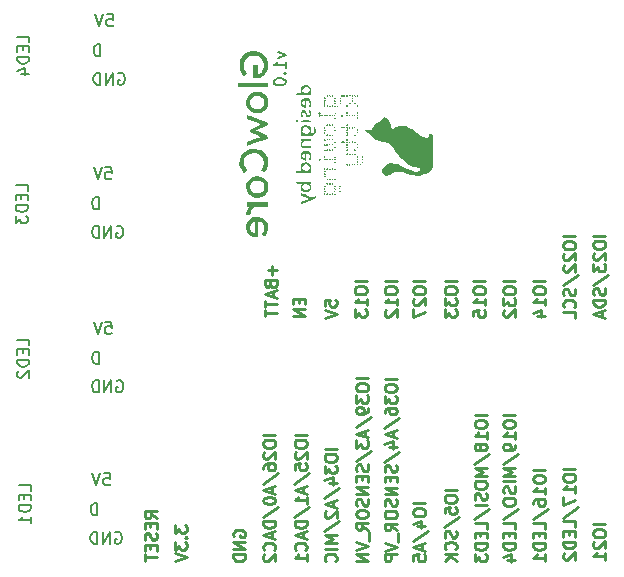
<source format=gbr>
%TF.GenerationSoftware,KiCad,Pcbnew,(6.0.0-0)*%
%TF.CreationDate,2022-01-22T21:55:44+01:00*%
%TF.ProjectId,GlowCore,476c6f77-436f-4726-952e-6b696361645f,rev?*%
%TF.SameCoordinates,Original*%
%TF.FileFunction,Legend,Bot*%
%TF.FilePolarity,Positive*%
%FSLAX46Y46*%
G04 Gerber Fmt 4.6, Leading zero omitted, Abs format (unit mm)*
G04 Created by KiCad (PCBNEW (6.0.0-0)) date 2022-01-22 21:55:44*
%MOMM*%
%LPD*%
G01*
G04 APERTURE LIST*
%ADD10C,0.250000*%
%ADD11C,0.150000*%
G04 APERTURE END LIST*
D10*
X153868380Y-128219261D02*
X152868380Y-128219261D01*
X152868380Y-128885928D02*
X152868380Y-129076404D01*
X152916000Y-129171642D01*
X153011238Y-129266880D01*
X153201714Y-129314500D01*
X153535047Y-129314500D01*
X153725523Y-129266880D01*
X153820761Y-129171642D01*
X153868380Y-129076404D01*
X153868380Y-128885928D01*
X153820761Y-128790690D01*
X153725523Y-128695452D01*
X153535047Y-128647833D01*
X153201714Y-128647833D01*
X153011238Y-128695452D01*
X152916000Y-128790690D01*
X152868380Y-128885928D01*
X153201714Y-130171642D02*
X153868380Y-130171642D01*
X152820761Y-129933547D02*
X153535047Y-129695452D01*
X153535047Y-130314500D01*
X152820761Y-131409738D02*
X154106476Y-130552595D01*
X153582666Y-131695452D02*
X153582666Y-132171642D01*
X153868380Y-131600214D02*
X152868380Y-131933547D01*
X153868380Y-132266880D01*
X152868380Y-133076404D02*
X152868380Y-132600214D01*
X153344571Y-132552595D01*
X153296952Y-132600214D01*
X153249333Y-132695452D01*
X153249333Y-132933547D01*
X153296952Y-133028785D01*
X153344571Y-133076404D01*
X153439809Y-133124023D01*
X153677904Y-133124023D01*
X153773142Y-133076404D01*
X153820761Y-133028785D01*
X153868380Y-132933547D01*
X153868380Y-132695452D01*
X153820761Y-132600214D01*
X153773142Y-132552595D01*
X169108380Y-129997023D02*
X168108380Y-129997023D01*
X168108380Y-130663690D02*
X168108380Y-130854166D01*
X168156000Y-130949404D01*
X168251238Y-131044642D01*
X168441714Y-131092261D01*
X168775047Y-131092261D01*
X168965523Y-131044642D01*
X169060761Y-130949404D01*
X169108380Y-130854166D01*
X169108380Y-130663690D01*
X169060761Y-130568452D01*
X168965523Y-130473214D01*
X168775047Y-130425595D01*
X168441714Y-130425595D01*
X168251238Y-130473214D01*
X168156000Y-130568452D01*
X168108380Y-130663690D01*
X168203619Y-131473214D02*
X168156000Y-131520833D01*
X168108380Y-131616071D01*
X168108380Y-131854166D01*
X168156000Y-131949404D01*
X168203619Y-131997023D01*
X168298857Y-132044642D01*
X168394095Y-132044642D01*
X168536952Y-131997023D01*
X169108380Y-131425595D01*
X169108380Y-132044642D01*
X169108380Y-132997023D02*
X169108380Y-132425595D01*
X169108380Y-132711309D02*
X168108380Y-132711309D01*
X168251238Y-132616071D01*
X168346476Y-132520833D01*
X168394095Y-132425595D01*
X146375380Y-123600214D02*
X145375380Y-123600214D01*
X145375380Y-124266880D02*
X145375380Y-124457357D01*
X145423000Y-124552595D01*
X145518238Y-124647833D01*
X145708714Y-124695452D01*
X146042047Y-124695452D01*
X146232523Y-124647833D01*
X146327761Y-124552595D01*
X146375380Y-124457357D01*
X146375380Y-124266880D01*
X146327761Y-124171642D01*
X146232523Y-124076404D01*
X146042047Y-124028785D01*
X145708714Y-124028785D01*
X145518238Y-124076404D01*
X145423000Y-124171642D01*
X145375380Y-124266880D01*
X145375380Y-125028785D02*
X145375380Y-125647833D01*
X145756333Y-125314500D01*
X145756333Y-125457357D01*
X145803952Y-125552595D01*
X145851571Y-125600214D01*
X145946809Y-125647833D01*
X146184904Y-125647833D01*
X146280142Y-125600214D01*
X146327761Y-125552595D01*
X146375380Y-125457357D01*
X146375380Y-125171642D01*
X146327761Y-125076404D01*
X146280142Y-125028785D01*
X145708714Y-126504976D02*
X146375380Y-126504976D01*
X145327761Y-126266880D02*
X146042047Y-126028785D01*
X146042047Y-126647833D01*
X145327761Y-127743071D02*
X146613476Y-126885928D01*
X146089666Y-128028785D02*
X146089666Y-128504976D01*
X146375380Y-127933547D02*
X145375380Y-128266880D01*
X146375380Y-128600214D01*
X145470619Y-128885928D02*
X145423000Y-128933547D01*
X145375380Y-129028785D01*
X145375380Y-129266880D01*
X145423000Y-129362119D01*
X145470619Y-129409738D01*
X145565857Y-129457357D01*
X145661095Y-129457357D01*
X145803952Y-129409738D01*
X146375380Y-128838309D01*
X146375380Y-129457357D01*
X145327761Y-130600214D02*
X146613476Y-129743071D01*
X146375380Y-130933547D02*
X145375380Y-130933547D01*
X146089666Y-131266880D01*
X145375380Y-131600214D01*
X146375380Y-131600214D01*
X146375380Y-132076404D02*
X145375380Y-132076404D01*
X146280142Y-133124023D02*
X146327761Y-133076404D01*
X146375380Y-132933547D01*
X146375380Y-132838309D01*
X146327761Y-132695452D01*
X146232523Y-132600214D01*
X146137285Y-132552595D01*
X145946809Y-132504976D01*
X145803952Y-132504976D01*
X145613476Y-132552595D01*
X145518238Y-132600214D01*
X145423000Y-132695452D01*
X145375380Y-132838309D01*
X145375380Y-132933547D01*
X145423000Y-133076404D01*
X145470619Y-133124023D01*
X137676000Y-131028785D02*
X137628380Y-130933547D01*
X137628380Y-130790690D01*
X137676000Y-130647833D01*
X137771238Y-130552595D01*
X137866476Y-130504976D01*
X138056952Y-130457357D01*
X138199809Y-130457357D01*
X138390285Y-130504976D01*
X138485523Y-130552595D01*
X138580761Y-130647833D01*
X138628380Y-130790690D01*
X138628380Y-130885928D01*
X138580761Y-131028785D01*
X138533142Y-131076404D01*
X138199809Y-131076404D01*
X138199809Y-130885928D01*
X138628380Y-131504976D02*
X137628380Y-131504976D01*
X138628380Y-132076404D01*
X137628380Y-132076404D01*
X138628380Y-132552595D02*
X137628380Y-132552595D01*
X137628380Y-132790690D01*
X137676000Y-132933547D01*
X137771238Y-133028785D01*
X137866476Y-133076404D01*
X138056952Y-133124023D01*
X138199809Y-133124023D01*
X138390285Y-133076404D01*
X138485523Y-133028785D01*
X138580761Y-132933547D01*
X138628380Y-132790690D01*
X138628380Y-132552595D01*
X131135380Y-129473214D02*
X130659190Y-129139880D01*
X131135380Y-128901785D02*
X130135380Y-128901785D01*
X130135380Y-129282738D01*
X130183000Y-129377976D01*
X130230619Y-129425595D01*
X130325857Y-129473214D01*
X130468714Y-129473214D01*
X130563952Y-129425595D01*
X130611571Y-129377976D01*
X130659190Y-129282738D01*
X130659190Y-128901785D01*
X130611571Y-129901785D02*
X130611571Y-130235119D01*
X131135380Y-130377976D02*
X131135380Y-129901785D01*
X130135380Y-129901785D01*
X130135380Y-130377976D01*
X131087761Y-130758928D02*
X131135380Y-130901785D01*
X131135380Y-131139880D01*
X131087761Y-131235119D01*
X131040142Y-131282738D01*
X130944904Y-131330357D01*
X130849666Y-131330357D01*
X130754428Y-131282738D01*
X130706809Y-131235119D01*
X130659190Y-131139880D01*
X130611571Y-130949404D01*
X130563952Y-130854166D01*
X130516333Y-130806547D01*
X130421095Y-130758928D01*
X130325857Y-130758928D01*
X130230619Y-130806547D01*
X130183000Y-130854166D01*
X130135380Y-130949404D01*
X130135380Y-131187500D01*
X130183000Y-131330357D01*
X130611571Y-131758928D02*
X130611571Y-132092261D01*
X131135380Y-132235119D02*
X131135380Y-131758928D01*
X130135380Y-131758928D01*
X130135380Y-132235119D01*
X130135380Y-132520833D02*
X130135380Y-133092261D01*
X131135380Y-132806547D02*
X130135380Y-132806547D01*
X158948380Y-109423023D02*
X157948380Y-109423023D01*
X157948380Y-110089690D02*
X157948380Y-110280166D01*
X157996000Y-110375404D01*
X158091238Y-110470642D01*
X158281714Y-110518261D01*
X158615047Y-110518261D01*
X158805523Y-110470642D01*
X158900761Y-110375404D01*
X158948380Y-110280166D01*
X158948380Y-110089690D01*
X158900761Y-109994452D01*
X158805523Y-109899214D01*
X158615047Y-109851595D01*
X158281714Y-109851595D01*
X158091238Y-109899214D01*
X157996000Y-109994452D01*
X157948380Y-110089690D01*
X158948380Y-111470642D02*
X158948380Y-110899214D01*
X158948380Y-111184928D02*
X157948380Y-111184928D01*
X158091238Y-111089690D01*
X158186476Y-110994452D01*
X158234095Y-110899214D01*
X157948380Y-112375404D02*
X157948380Y-111899214D01*
X158424571Y-111851595D01*
X158376952Y-111899214D01*
X158329333Y-111994452D01*
X158329333Y-112232547D01*
X158376952Y-112327785D01*
X158424571Y-112375404D01*
X158519809Y-112423023D01*
X158757904Y-112423023D01*
X158853142Y-112375404D01*
X158900761Y-112327785D01*
X158948380Y-112232547D01*
X158948380Y-111994452D01*
X158900761Y-111899214D01*
X158853142Y-111851595D01*
X149042380Y-117647833D02*
X148042380Y-117647833D01*
X148042380Y-118314500D02*
X148042380Y-118504976D01*
X148090000Y-118600214D01*
X148185238Y-118695452D01*
X148375714Y-118743071D01*
X148709047Y-118743071D01*
X148899523Y-118695452D01*
X148994761Y-118600214D01*
X149042380Y-118504976D01*
X149042380Y-118314500D01*
X148994761Y-118219261D01*
X148899523Y-118124023D01*
X148709047Y-118076404D01*
X148375714Y-118076404D01*
X148185238Y-118124023D01*
X148090000Y-118219261D01*
X148042380Y-118314500D01*
X148042380Y-119076404D02*
X148042380Y-119695452D01*
X148423333Y-119362119D01*
X148423333Y-119504976D01*
X148470952Y-119600214D01*
X148518571Y-119647833D01*
X148613809Y-119695452D01*
X148851904Y-119695452D01*
X148947142Y-119647833D01*
X148994761Y-119600214D01*
X149042380Y-119504976D01*
X149042380Y-119219261D01*
X148994761Y-119124023D01*
X148947142Y-119076404D01*
X149042380Y-120171642D02*
X149042380Y-120362119D01*
X148994761Y-120457357D01*
X148947142Y-120504976D01*
X148804285Y-120600214D01*
X148613809Y-120647833D01*
X148232857Y-120647833D01*
X148137619Y-120600214D01*
X148090000Y-120552595D01*
X148042380Y-120457357D01*
X148042380Y-120266880D01*
X148090000Y-120171642D01*
X148137619Y-120124023D01*
X148232857Y-120076404D01*
X148470952Y-120076404D01*
X148566190Y-120124023D01*
X148613809Y-120171642D01*
X148661428Y-120266880D01*
X148661428Y-120457357D01*
X148613809Y-120552595D01*
X148566190Y-120600214D01*
X148470952Y-120647833D01*
X147994761Y-121790690D02*
X149280476Y-120933547D01*
X148756666Y-122076404D02*
X148756666Y-122552595D01*
X149042380Y-121981166D02*
X148042380Y-122314500D01*
X149042380Y-122647833D01*
X148042380Y-122885928D02*
X148042380Y-123504976D01*
X148423333Y-123171642D01*
X148423333Y-123314500D01*
X148470952Y-123409738D01*
X148518571Y-123457357D01*
X148613809Y-123504976D01*
X148851904Y-123504976D01*
X148947142Y-123457357D01*
X148994761Y-123409738D01*
X149042380Y-123314500D01*
X149042380Y-123028785D01*
X148994761Y-122933547D01*
X148947142Y-122885928D01*
X147994761Y-124647833D02*
X149280476Y-123790690D01*
X148994761Y-124933547D02*
X149042380Y-125076404D01*
X149042380Y-125314500D01*
X148994761Y-125409738D01*
X148947142Y-125457357D01*
X148851904Y-125504976D01*
X148756666Y-125504976D01*
X148661428Y-125457357D01*
X148613809Y-125409738D01*
X148566190Y-125314500D01*
X148518571Y-125124023D01*
X148470952Y-125028785D01*
X148423333Y-124981166D01*
X148328095Y-124933547D01*
X148232857Y-124933547D01*
X148137619Y-124981166D01*
X148090000Y-125028785D01*
X148042380Y-125124023D01*
X148042380Y-125362119D01*
X148090000Y-125504976D01*
X148518571Y-125933547D02*
X148518571Y-126266880D01*
X149042380Y-126409738D02*
X149042380Y-125933547D01*
X148042380Y-125933547D01*
X148042380Y-126409738D01*
X149042380Y-126838309D02*
X148042380Y-126838309D01*
X149042380Y-127409738D01*
X148042380Y-127409738D01*
X148994761Y-127838309D02*
X149042380Y-127981166D01*
X149042380Y-128219261D01*
X148994761Y-128314500D01*
X148947142Y-128362119D01*
X148851904Y-128409738D01*
X148756666Y-128409738D01*
X148661428Y-128362119D01*
X148613809Y-128314500D01*
X148566190Y-128219261D01*
X148518571Y-128028785D01*
X148470952Y-127933547D01*
X148423333Y-127885928D01*
X148328095Y-127838309D01*
X148232857Y-127838309D01*
X148137619Y-127885928D01*
X148090000Y-127933547D01*
X148042380Y-128028785D01*
X148042380Y-128266880D01*
X148090000Y-128409738D01*
X148042380Y-129028785D02*
X148042380Y-129219261D01*
X148090000Y-129314500D01*
X148185238Y-129409738D01*
X148375714Y-129457357D01*
X148709047Y-129457357D01*
X148899523Y-129409738D01*
X148994761Y-129314500D01*
X149042380Y-129219261D01*
X149042380Y-129028785D01*
X148994761Y-128933547D01*
X148899523Y-128838309D01*
X148709047Y-128790690D01*
X148375714Y-128790690D01*
X148185238Y-128838309D01*
X148090000Y-128933547D01*
X148042380Y-129028785D01*
X149042380Y-130457357D02*
X148566190Y-130124023D01*
X149042380Y-129885928D02*
X148042380Y-129885928D01*
X148042380Y-130266880D01*
X148090000Y-130362119D01*
X148137619Y-130409738D01*
X148232857Y-130457357D01*
X148375714Y-130457357D01*
X148470952Y-130409738D01*
X148518571Y-130362119D01*
X148566190Y-130266880D01*
X148566190Y-129885928D01*
X149137619Y-130647833D02*
X149137619Y-131409738D01*
X148042380Y-131504976D02*
X149042380Y-131838309D01*
X148042380Y-132171642D01*
X149042380Y-132504976D02*
X148042380Y-132504976D01*
X149042380Y-133076404D01*
X148042380Y-133076404D01*
X159075380Y-120743071D02*
X158075380Y-120743071D01*
X158075380Y-121409738D02*
X158075380Y-121600214D01*
X158123000Y-121695452D01*
X158218238Y-121790690D01*
X158408714Y-121838309D01*
X158742047Y-121838309D01*
X158932523Y-121790690D01*
X159027761Y-121695452D01*
X159075380Y-121600214D01*
X159075380Y-121409738D01*
X159027761Y-121314500D01*
X158932523Y-121219261D01*
X158742047Y-121171642D01*
X158408714Y-121171642D01*
X158218238Y-121219261D01*
X158123000Y-121314500D01*
X158075380Y-121409738D01*
X159075380Y-122790690D02*
X159075380Y-122219261D01*
X159075380Y-122504976D02*
X158075380Y-122504976D01*
X158218238Y-122409738D01*
X158313476Y-122314500D01*
X158361095Y-122219261D01*
X158503952Y-123362119D02*
X158456333Y-123266880D01*
X158408714Y-123219261D01*
X158313476Y-123171642D01*
X158265857Y-123171642D01*
X158170619Y-123219261D01*
X158123000Y-123266880D01*
X158075380Y-123362119D01*
X158075380Y-123552595D01*
X158123000Y-123647833D01*
X158170619Y-123695452D01*
X158265857Y-123743071D01*
X158313476Y-123743071D01*
X158408714Y-123695452D01*
X158456333Y-123647833D01*
X158503952Y-123552595D01*
X158503952Y-123362119D01*
X158551571Y-123266880D01*
X158599190Y-123219261D01*
X158694428Y-123171642D01*
X158884904Y-123171642D01*
X158980142Y-123219261D01*
X159027761Y-123266880D01*
X159075380Y-123362119D01*
X159075380Y-123552595D01*
X159027761Y-123647833D01*
X158980142Y-123695452D01*
X158884904Y-123743071D01*
X158694428Y-123743071D01*
X158599190Y-123695452D01*
X158551571Y-123647833D01*
X158503952Y-123552595D01*
X158027761Y-124885928D02*
X159313476Y-124028785D01*
X159075380Y-125219261D02*
X158075380Y-125219261D01*
X158789666Y-125552595D01*
X158075380Y-125885928D01*
X159075380Y-125885928D01*
X158075380Y-126552595D02*
X158075380Y-126743071D01*
X158123000Y-126838309D01*
X158218238Y-126933547D01*
X158408714Y-126981166D01*
X158742047Y-126981166D01*
X158932523Y-126933547D01*
X159027761Y-126838309D01*
X159075380Y-126743071D01*
X159075380Y-126552595D01*
X159027761Y-126457357D01*
X158932523Y-126362119D01*
X158742047Y-126314500D01*
X158408714Y-126314500D01*
X158218238Y-126362119D01*
X158123000Y-126457357D01*
X158075380Y-126552595D01*
X159027761Y-127362119D02*
X159075380Y-127504976D01*
X159075380Y-127743071D01*
X159027761Y-127838309D01*
X158980142Y-127885928D01*
X158884904Y-127933547D01*
X158789666Y-127933547D01*
X158694428Y-127885928D01*
X158646809Y-127838309D01*
X158599190Y-127743071D01*
X158551571Y-127552595D01*
X158503952Y-127457357D01*
X158456333Y-127409738D01*
X158361095Y-127362119D01*
X158265857Y-127362119D01*
X158170619Y-127409738D01*
X158123000Y-127457357D01*
X158075380Y-127552595D01*
X158075380Y-127790690D01*
X158123000Y-127933547D01*
X159075380Y-128362119D02*
X158075380Y-128362119D01*
X158027761Y-129552595D02*
X159313476Y-128695452D01*
X159075380Y-130362119D02*
X159075380Y-129885928D01*
X158075380Y-129885928D01*
X158551571Y-130695452D02*
X158551571Y-131028785D01*
X159075380Y-131171642D02*
X159075380Y-130695452D01*
X158075380Y-130695452D01*
X158075380Y-131171642D01*
X159075380Y-131600214D02*
X158075380Y-131600214D01*
X158075380Y-131838309D01*
X158123000Y-131981166D01*
X158218238Y-132076404D01*
X158313476Y-132124023D01*
X158503952Y-132171642D01*
X158646809Y-132171642D01*
X158837285Y-132124023D01*
X158932523Y-132076404D01*
X159027761Y-131981166D01*
X159075380Y-131838309D01*
X159075380Y-131600214D01*
X158075380Y-132504976D02*
X158075380Y-133124023D01*
X158456333Y-132790690D01*
X158456333Y-132933547D01*
X158503952Y-133028785D01*
X158551571Y-133076404D01*
X158646809Y-133124023D01*
X158884904Y-133124023D01*
X158980142Y-133076404D01*
X159027761Y-133028785D01*
X159075380Y-132933547D01*
X159075380Y-132647833D01*
X159027761Y-132552595D01*
X158980142Y-132504976D01*
D11*
X126682476Y-125690380D02*
X127158666Y-125690380D01*
X127206285Y-126166571D01*
X127158666Y-126118952D01*
X127063428Y-126071333D01*
X126825333Y-126071333D01*
X126730095Y-126118952D01*
X126682476Y-126166571D01*
X126634857Y-126261809D01*
X126634857Y-126499904D01*
X126682476Y-126595142D01*
X126730095Y-126642761D01*
X126825333Y-126690380D01*
X127063428Y-126690380D01*
X127158666Y-126642761D01*
X127206285Y-126595142D01*
X126349142Y-125690380D02*
X126015809Y-126690380D01*
X125682476Y-125690380D01*
D10*
X143184571Y-110899214D02*
X143184571Y-111232547D01*
X143708380Y-111375404D02*
X143708380Y-110899214D01*
X142708380Y-110899214D01*
X142708380Y-111375404D01*
X143708380Y-111803976D02*
X142708380Y-111803976D01*
X143708380Y-112375404D01*
X142708380Y-112375404D01*
X148915380Y-109423023D02*
X147915380Y-109423023D01*
X147915380Y-110089690D02*
X147915380Y-110280166D01*
X147963000Y-110375404D01*
X148058238Y-110470642D01*
X148248714Y-110518261D01*
X148582047Y-110518261D01*
X148772523Y-110470642D01*
X148867761Y-110375404D01*
X148915380Y-110280166D01*
X148915380Y-110089690D01*
X148867761Y-109994452D01*
X148772523Y-109899214D01*
X148582047Y-109851595D01*
X148248714Y-109851595D01*
X148058238Y-109899214D01*
X147963000Y-109994452D01*
X147915380Y-110089690D01*
X148915380Y-111470642D02*
X148915380Y-110899214D01*
X148915380Y-111184928D02*
X147915380Y-111184928D01*
X148058238Y-111089690D01*
X148153476Y-110994452D01*
X148201095Y-110899214D01*
X147915380Y-111803976D02*
X147915380Y-112423023D01*
X148296333Y-112089690D01*
X148296333Y-112232547D01*
X148343952Y-112327785D01*
X148391571Y-112375404D01*
X148486809Y-112423023D01*
X148724904Y-112423023D01*
X148820142Y-112375404D01*
X148867761Y-112327785D01*
X148915380Y-112232547D01*
X148915380Y-111946833D01*
X148867761Y-111851595D01*
X148820142Y-111803976D01*
X161488380Y-120743071D02*
X160488380Y-120743071D01*
X160488380Y-121409738D02*
X160488380Y-121600214D01*
X160536000Y-121695452D01*
X160631238Y-121790690D01*
X160821714Y-121838309D01*
X161155047Y-121838309D01*
X161345523Y-121790690D01*
X161440761Y-121695452D01*
X161488380Y-121600214D01*
X161488380Y-121409738D01*
X161440761Y-121314500D01*
X161345523Y-121219261D01*
X161155047Y-121171642D01*
X160821714Y-121171642D01*
X160631238Y-121219261D01*
X160536000Y-121314500D01*
X160488380Y-121409738D01*
X161488380Y-122790690D02*
X161488380Y-122219261D01*
X161488380Y-122504976D02*
X160488380Y-122504976D01*
X160631238Y-122409738D01*
X160726476Y-122314500D01*
X160774095Y-122219261D01*
X161488380Y-123266880D02*
X161488380Y-123457357D01*
X161440761Y-123552595D01*
X161393142Y-123600214D01*
X161250285Y-123695452D01*
X161059809Y-123743071D01*
X160678857Y-123743071D01*
X160583619Y-123695452D01*
X160536000Y-123647833D01*
X160488380Y-123552595D01*
X160488380Y-123362119D01*
X160536000Y-123266880D01*
X160583619Y-123219261D01*
X160678857Y-123171642D01*
X160916952Y-123171642D01*
X161012190Y-123219261D01*
X161059809Y-123266880D01*
X161107428Y-123362119D01*
X161107428Y-123552595D01*
X161059809Y-123647833D01*
X161012190Y-123695452D01*
X160916952Y-123743071D01*
X160440761Y-124885928D02*
X161726476Y-124028785D01*
X161488380Y-125219261D02*
X160488380Y-125219261D01*
X161202666Y-125552595D01*
X160488380Y-125885928D01*
X161488380Y-125885928D01*
X161488380Y-126362119D02*
X160488380Y-126362119D01*
X161440761Y-126790690D02*
X161488380Y-126933547D01*
X161488380Y-127171642D01*
X161440761Y-127266880D01*
X161393142Y-127314500D01*
X161297904Y-127362119D01*
X161202666Y-127362119D01*
X161107428Y-127314500D01*
X161059809Y-127266880D01*
X161012190Y-127171642D01*
X160964571Y-126981166D01*
X160916952Y-126885928D01*
X160869333Y-126838309D01*
X160774095Y-126790690D01*
X160678857Y-126790690D01*
X160583619Y-126838309D01*
X160536000Y-126885928D01*
X160488380Y-126981166D01*
X160488380Y-127219261D01*
X160536000Y-127362119D01*
X160488380Y-127981166D02*
X160488380Y-128171642D01*
X160536000Y-128266880D01*
X160631238Y-128362119D01*
X160821714Y-128409738D01*
X161155047Y-128409738D01*
X161345523Y-128362119D01*
X161440761Y-128266880D01*
X161488380Y-128171642D01*
X161488380Y-127981166D01*
X161440761Y-127885928D01*
X161345523Y-127790690D01*
X161155047Y-127743071D01*
X160821714Y-127743071D01*
X160631238Y-127790690D01*
X160536000Y-127885928D01*
X160488380Y-127981166D01*
X160440761Y-129552595D02*
X161726476Y-128695452D01*
X161488380Y-130362119D02*
X161488380Y-129885928D01*
X160488380Y-129885928D01*
X160964571Y-130695452D02*
X160964571Y-131028785D01*
X161488380Y-131171642D02*
X161488380Y-130695452D01*
X160488380Y-130695452D01*
X160488380Y-131171642D01*
X161488380Y-131600214D02*
X160488380Y-131600214D01*
X160488380Y-131838309D01*
X160536000Y-131981166D01*
X160631238Y-132076404D01*
X160726476Y-132124023D01*
X160916952Y-132171642D01*
X161059809Y-132171642D01*
X161250285Y-132124023D01*
X161345523Y-132076404D01*
X161440761Y-131981166D01*
X161488380Y-131838309D01*
X161488380Y-131600214D01*
X160821714Y-133028785D02*
X161488380Y-133028785D01*
X160440761Y-132790690D02*
X161155047Y-132552595D01*
X161155047Y-133171642D01*
X166568380Y-105613500D02*
X165568380Y-105613500D01*
X165568380Y-106280166D02*
X165568380Y-106470642D01*
X165616000Y-106565880D01*
X165711238Y-106661119D01*
X165901714Y-106708738D01*
X166235047Y-106708738D01*
X166425523Y-106661119D01*
X166520761Y-106565880D01*
X166568380Y-106470642D01*
X166568380Y-106280166D01*
X166520761Y-106184928D01*
X166425523Y-106089690D01*
X166235047Y-106042071D01*
X165901714Y-106042071D01*
X165711238Y-106089690D01*
X165616000Y-106184928D01*
X165568380Y-106280166D01*
X165663619Y-107089690D02*
X165616000Y-107137309D01*
X165568380Y-107232547D01*
X165568380Y-107470642D01*
X165616000Y-107565880D01*
X165663619Y-107613500D01*
X165758857Y-107661119D01*
X165854095Y-107661119D01*
X165996952Y-107613500D01*
X166568380Y-107042071D01*
X166568380Y-107661119D01*
X165663619Y-108042071D02*
X165616000Y-108089690D01*
X165568380Y-108184928D01*
X165568380Y-108423023D01*
X165616000Y-108518261D01*
X165663619Y-108565880D01*
X165758857Y-108613500D01*
X165854095Y-108613500D01*
X165996952Y-108565880D01*
X166568380Y-107994452D01*
X166568380Y-108613500D01*
X165520761Y-109756357D02*
X166806476Y-108899214D01*
X166520761Y-110042071D02*
X166568380Y-110184928D01*
X166568380Y-110423023D01*
X166520761Y-110518261D01*
X166473142Y-110565880D01*
X166377904Y-110613500D01*
X166282666Y-110613500D01*
X166187428Y-110565880D01*
X166139809Y-110518261D01*
X166092190Y-110423023D01*
X166044571Y-110232547D01*
X165996952Y-110137309D01*
X165949333Y-110089690D01*
X165854095Y-110042071D01*
X165758857Y-110042071D01*
X165663619Y-110089690D01*
X165616000Y-110137309D01*
X165568380Y-110232547D01*
X165568380Y-110470642D01*
X165616000Y-110613500D01*
X166473142Y-111613500D02*
X166520761Y-111565880D01*
X166568380Y-111423023D01*
X166568380Y-111327785D01*
X166520761Y-111184928D01*
X166425523Y-111089690D01*
X166330285Y-111042071D01*
X166139809Y-110994452D01*
X165996952Y-110994452D01*
X165806476Y-111042071D01*
X165711238Y-111089690D01*
X165616000Y-111184928D01*
X165568380Y-111327785D01*
X165568380Y-111423023D01*
X165616000Y-111565880D01*
X165663619Y-111613500D01*
X166568380Y-112518261D02*
X166568380Y-112042071D01*
X165568380Y-112042071D01*
X140914428Y-108105547D02*
X140914428Y-108867452D01*
X141295380Y-108486500D02*
X140533476Y-108486500D01*
X140771571Y-109676976D02*
X140819190Y-109819833D01*
X140866809Y-109867452D01*
X140962047Y-109915071D01*
X141104904Y-109915071D01*
X141200142Y-109867452D01*
X141247761Y-109819833D01*
X141295380Y-109724595D01*
X141295380Y-109343642D01*
X140295380Y-109343642D01*
X140295380Y-109676976D01*
X140343000Y-109772214D01*
X140390619Y-109819833D01*
X140485857Y-109867452D01*
X140581095Y-109867452D01*
X140676333Y-109819833D01*
X140723952Y-109772214D01*
X140771571Y-109676976D01*
X140771571Y-109343642D01*
X141009666Y-110296023D02*
X141009666Y-110772214D01*
X141295380Y-110200785D02*
X140295380Y-110534119D01*
X141295380Y-110867452D01*
X140295380Y-111057928D02*
X140295380Y-111629357D01*
X141295380Y-111343642D02*
X140295380Y-111343642D01*
X140295380Y-111819833D02*
X140295380Y-112391261D01*
X141295380Y-112105547D02*
X140295380Y-112105547D01*
X164028380Y-109423023D02*
X163028380Y-109423023D01*
X163028380Y-110089690D02*
X163028380Y-110280166D01*
X163076000Y-110375404D01*
X163171238Y-110470642D01*
X163361714Y-110518261D01*
X163695047Y-110518261D01*
X163885523Y-110470642D01*
X163980761Y-110375404D01*
X164028380Y-110280166D01*
X164028380Y-110089690D01*
X163980761Y-109994452D01*
X163885523Y-109899214D01*
X163695047Y-109851595D01*
X163361714Y-109851595D01*
X163171238Y-109899214D01*
X163076000Y-109994452D01*
X163028380Y-110089690D01*
X164028380Y-111470642D02*
X164028380Y-110899214D01*
X164028380Y-111184928D02*
X163028380Y-111184928D01*
X163171238Y-111089690D01*
X163266476Y-110994452D01*
X163314095Y-110899214D01*
X163361714Y-112327785D02*
X164028380Y-112327785D01*
X162980761Y-112089690D02*
X163695047Y-111851595D01*
X163695047Y-112470642D01*
D11*
X127761904Y-104783000D02*
X127857142Y-104735380D01*
X128000000Y-104735380D01*
X128142857Y-104783000D01*
X128238095Y-104878238D01*
X128285714Y-104973476D01*
X128333333Y-105163952D01*
X128333333Y-105306809D01*
X128285714Y-105497285D01*
X128238095Y-105592523D01*
X128142857Y-105687761D01*
X128000000Y-105735380D01*
X127904761Y-105735380D01*
X127761904Y-105687761D01*
X127714285Y-105640142D01*
X127714285Y-105306809D01*
X127904761Y-105306809D01*
X127285714Y-105735380D02*
X127285714Y-104735380D01*
X126714285Y-105735380D01*
X126714285Y-104735380D01*
X126238095Y-105735380D02*
X126238095Y-104735380D01*
X126000000Y-104735380D01*
X125857142Y-104783000D01*
X125761904Y-104878238D01*
X125714285Y-104973476D01*
X125666666Y-105163952D01*
X125666666Y-105306809D01*
X125714285Y-105497285D01*
X125761904Y-105592523D01*
X125857142Y-105687761D01*
X126000000Y-105735380D01*
X126238095Y-105735380D01*
D10*
X141168380Y-122409738D02*
X140168380Y-122409738D01*
X140168380Y-123076404D02*
X140168380Y-123266880D01*
X140216000Y-123362119D01*
X140311238Y-123457357D01*
X140501714Y-123504976D01*
X140835047Y-123504976D01*
X141025523Y-123457357D01*
X141120761Y-123362119D01*
X141168380Y-123266880D01*
X141168380Y-123076404D01*
X141120761Y-122981166D01*
X141025523Y-122885928D01*
X140835047Y-122838309D01*
X140501714Y-122838309D01*
X140311238Y-122885928D01*
X140216000Y-122981166D01*
X140168380Y-123076404D01*
X140263619Y-123885928D02*
X140216000Y-123933547D01*
X140168380Y-124028785D01*
X140168380Y-124266880D01*
X140216000Y-124362119D01*
X140263619Y-124409738D01*
X140358857Y-124457357D01*
X140454095Y-124457357D01*
X140596952Y-124409738D01*
X141168380Y-123838309D01*
X141168380Y-124457357D01*
X140168380Y-125314500D02*
X140168380Y-125124023D01*
X140216000Y-125028785D01*
X140263619Y-124981166D01*
X140406476Y-124885928D01*
X140596952Y-124838309D01*
X140977904Y-124838309D01*
X141073142Y-124885928D01*
X141120761Y-124933547D01*
X141168380Y-125028785D01*
X141168380Y-125219261D01*
X141120761Y-125314500D01*
X141073142Y-125362119D01*
X140977904Y-125409738D01*
X140739809Y-125409738D01*
X140644571Y-125362119D01*
X140596952Y-125314500D01*
X140549333Y-125219261D01*
X140549333Y-125028785D01*
X140596952Y-124933547D01*
X140644571Y-124885928D01*
X140739809Y-124838309D01*
X140120761Y-126552595D02*
X141406476Y-125695452D01*
X140882666Y-126838309D02*
X140882666Y-127314500D01*
X141168380Y-126743071D02*
X140168380Y-127076404D01*
X141168380Y-127409738D01*
X140168380Y-127933547D02*
X140168380Y-128028785D01*
X140216000Y-128124023D01*
X140263619Y-128171642D01*
X140358857Y-128219261D01*
X140549333Y-128266880D01*
X140787428Y-128266880D01*
X140977904Y-128219261D01*
X141073142Y-128171642D01*
X141120761Y-128124023D01*
X141168380Y-128028785D01*
X141168380Y-127933547D01*
X141120761Y-127838309D01*
X141073142Y-127790690D01*
X140977904Y-127743071D01*
X140787428Y-127695452D01*
X140549333Y-127695452D01*
X140358857Y-127743071D01*
X140263619Y-127790690D01*
X140216000Y-127838309D01*
X140168380Y-127933547D01*
X140120761Y-129409738D02*
X141406476Y-128552595D01*
X141168380Y-129743071D02*
X140168380Y-129743071D01*
X140168380Y-129981166D01*
X140216000Y-130124023D01*
X140311238Y-130219261D01*
X140406476Y-130266880D01*
X140596952Y-130314500D01*
X140739809Y-130314500D01*
X140930285Y-130266880D01*
X141025523Y-130219261D01*
X141120761Y-130124023D01*
X141168380Y-129981166D01*
X141168380Y-129743071D01*
X140882666Y-130695452D02*
X140882666Y-131171642D01*
X141168380Y-130600214D02*
X140168380Y-130933547D01*
X141168380Y-131266880D01*
X141073142Y-132171642D02*
X141120761Y-132124023D01*
X141168380Y-131981166D01*
X141168380Y-131885928D01*
X141120761Y-131743071D01*
X141025523Y-131647833D01*
X140930285Y-131600214D01*
X140739809Y-131552595D01*
X140596952Y-131552595D01*
X140406476Y-131600214D01*
X140311238Y-131647833D01*
X140216000Y-131743071D01*
X140168380Y-131885928D01*
X140168380Y-131981166D01*
X140216000Y-132124023D01*
X140263619Y-132171642D01*
X140263619Y-132552595D02*
X140216000Y-132600214D01*
X140168380Y-132695452D01*
X140168380Y-132933547D01*
X140216000Y-133028785D01*
X140263619Y-133076404D01*
X140358857Y-133124023D01*
X140454095Y-133124023D01*
X140596952Y-133076404D01*
X141168380Y-132504976D01*
X141168380Y-133124023D01*
D11*
X126245904Y-116403380D02*
X126245904Y-115403380D01*
X126007809Y-115403380D01*
X125864952Y-115451000D01*
X125769714Y-115546238D01*
X125722095Y-115641476D01*
X125674476Y-115831952D01*
X125674476Y-115974809D01*
X125722095Y-116165285D01*
X125769714Y-116260523D01*
X125864952Y-116355761D01*
X126007809Y-116403380D01*
X126245904Y-116403380D01*
D10*
X166568380Y-125282738D02*
X165568380Y-125282738D01*
X165568380Y-125949404D02*
X165568380Y-126139880D01*
X165616000Y-126235119D01*
X165711238Y-126330357D01*
X165901714Y-126377976D01*
X166235047Y-126377976D01*
X166425523Y-126330357D01*
X166520761Y-126235119D01*
X166568380Y-126139880D01*
X166568380Y-125949404D01*
X166520761Y-125854166D01*
X166425523Y-125758928D01*
X166235047Y-125711309D01*
X165901714Y-125711309D01*
X165711238Y-125758928D01*
X165616000Y-125854166D01*
X165568380Y-125949404D01*
X166568380Y-127330357D02*
X166568380Y-126758928D01*
X166568380Y-127044642D02*
X165568380Y-127044642D01*
X165711238Y-126949404D01*
X165806476Y-126854166D01*
X165854095Y-126758928D01*
X165568380Y-127663690D02*
X165568380Y-128330357D01*
X166568380Y-127901785D01*
X165520761Y-129425595D02*
X166806476Y-128568452D01*
X166568380Y-130235119D02*
X166568380Y-129758928D01*
X165568380Y-129758928D01*
X166044571Y-130568452D02*
X166044571Y-130901785D01*
X166568380Y-131044642D02*
X166568380Y-130568452D01*
X165568380Y-130568452D01*
X165568380Y-131044642D01*
X166568380Y-131473214D02*
X165568380Y-131473214D01*
X165568380Y-131711309D01*
X165616000Y-131854166D01*
X165711238Y-131949404D01*
X165806476Y-131997023D01*
X165996952Y-132044642D01*
X166139809Y-132044642D01*
X166330285Y-131997023D01*
X166425523Y-131949404D01*
X166520761Y-131854166D01*
X166568380Y-131711309D01*
X166568380Y-131473214D01*
X165663619Y-132425595D02*
X165616000Y-132473214D01*
X165568380Y-132568452D01*
X165568380Y-132806547D01*
X165616000Y-132901785D01*
X165663619Y-132949404D01*
X165758857Y-132997023D01*
X165854095Y-132997023D01*
X165996952Y-132949404D01*
X166568380Y-132377976D01*
X166568380Y-132997023D01*
X169108380Y-105565880D02*
X168108380Y-105565880D01*
X168108380Y-106232547D02*
X168108380Y-106423023D01*
X168156000Y-106518261D01*
X168251238Y-106613500D01*
X168441714Y-106661119D01*
X168775047Y-106661119D01*
X168965523Y-106613500D01*
X169060761Y-106518261D01*
X169108380Y-106423023D01*
X169108380Y-106232547D01*
X169060761Y-106137309D01*
X168965523Y-106042071D01*
X168775047Y-105994452D01*
X168441714Y-105994452D01*
X168251238Y-106042071D01*
X168156000Y-106137309D01*
X168108380Y-106232547D01*
X168203619Y-107042071D02*
X168156000Y-107089690D01*
X168108380Y-107184928D01*
X168108380Y-107423023D01*
X168156000Y-107518261D01*
X168203619Y-107565880D01*
X168298857Y-107613500D01*
X168394095Y-107613500D01*
X168536952Y-107565880D01*
X169108380Y-106994452D01*
X169108380Y-107613500D01*
X168108380Y-107946833D02*
X168108380Y-108565880D01*
X168489333Y-108232547D01*
X168489333Y-108375404D01*
X168536952Y-108470642D01*
X168584571Y-108518261D01*
X168679809Y-108565880D01*
X168917904Y-108565880D01*
X169013142Y-108518261D01*
X169060761Y-108470642D01*
X169108380Y-108375404D01*
X169108380Y-108089690D01*
X169060761Y-107994452D01*
X169013142Y-107946833D01*
X168060761Y-109708738D02*
X169346476Y-108851595D01*
X169060761Y-109994452D02*
X169108380Y-110137309D01*
X169108380Y-110375404D01*
X169060761Y-110470642D01*
X169013142Y-110518261D01*
X168917904Y-110565880D01*
X168822666Y-110565880D01*
X168727428Y-110518261D01*
X168679809Y-110470642D01*
X168632190Y-110375404D01*
X168584571Y-110184928D01*
X168536952Y-110089690D01*
X168489333Y-110042071D01*
X168394095Y-109994452D01*
X168298857Y-109994452D01*
X168203619Y-110042071D01*
X168156000Y-110089690D01*
X168108380Y-110184928D01*
X168108380Y-110423023D01*
X168156000Y-110565880D01*
X169108380Y-110994452D02*
X168108380Y-110994452D01*
X168108380Y-111232547D01*
X168156000Y-111375404D01*
X168251238Y-111470642D01*
X168346476Y-111518261D01*
X168536952Y-111565880D01*
X168679809Y-111565880D01*
X168870285Y-111518261D01*
X168965523Y-111470642D01*
X169060761Y-111375404D01*
X169108380Y-111232547D01*
X169108380Y-110994452D01*
X168822666Y-111946833D02*
X168822666Y-112423023D01*
X169108380Y-111851595D02*
X168108380Y-112184928D01*
X169108380Y-112518261D01*
X132675380Y-130092261D02*
X132675380Y-130711309D01*
X133056333Y-130377976D01*
X133056333Y-130520833D01*
X133103952Y-130616071D01*
X133151571Y-130663690D01*
X133246809Y-130711309D01*
X133484904Y-130711309D01*
X133580142Y-130663690D01*
X133627761Y-130616071D01*
X133675380Y-130520833D01*
X133675380Y-130235119D01*
X133627761Y-130139880D01*
X133580142Y-130092261D01*
X133580142Y-131139880D02*
X133627761Y-131187500D01*
X133675380Y-131139880D01*
X133627761Y-131092261D01*
X133580142Y-131139880D01*
X133675380Y-131139880D01*
X132675380Y-131520833D02*
X132675380Y-132139880D01*
X133056333Y-131806547D01*
X133056333Y-131949404D01*
X133103952Y-132044642D01*
X133151571Y-132092261D01*
X133246809Y-132139880D01*
X133484904Y-132139880D01*
X133580142Y-132092261D01*
X133627761Y-132044642D01*
X133675380Y-131949404D01*
X133675380Y-131663690D01*
X133627761Y-131568452D01*
X133580142Y-131520833D01*
X132675380Y-132425595D02*
X133675380Y-132758928D01*
X132675380Y-133092261D01*
D11*
X126809476Y-112863380D02*
X127285666Y-112863380D01*
X127333285Y-113339571D01*
X127285666Y-113291952D01*
X127190428Y-113244333D01*
X126952333Y-113244333D01*
X126857095Y-113291952D01*
X126809476Y-113339571D01*
X126761857Y-113434809D01*
X126761857Y-113672904D01*
X126809476Y-113768142D01*
X126857095Y-113815761D01*
X126952333Y-113863380D01*
X127190428Y-113863380D01*
X127285666Y-113815761D01*
X127333285Y-113768142D01*
X126476142Y-112863380D02*
X126142809Y-113863380D01*
X125809476Y-112863380D01*
X126372904Y-90368380D02*
X126372904Y-89368380D01*
X126134809Y-89368380D01*
X125991952Y-89416000D01*
X125896714Y-89511238D01*
X125849095Y-89606476D01*
X125801476Y-89796952D01*
X125801476Y-89939809D01*
X125849095Y-90130285D01*
X125896714Y-90225523D01*
X125991952Y-90320761D01*
X126134809Y-90368380D01*
X126372904Y-90368380D01*
D10*
X156535380Y-127076404D02*
X155535380Y-127076404D01*
X155535380Y-127743071D02*
X155535380Y-127933547D01*
X155583000Y-128028785D01*
X155678238Y-128124023D01*
X155868714Y-128171642D01*
X156202047Y-128171642D01*
X156392523Y-128124023D01*
X156487761Y-128028785D01*
X156535380Y-127933547D01*
X156535380Y-127743071D01*
X156487761Y-127647833D01*
X156392523Y-127552595D01*
X156202047Y-127504976D01*
X155868714Y-127504976D01*
X155678238Y-127552595D01*
X155583000Y-127647833D01*
X155535380Y-127743071D01*
X155535380Y-129076404D02*
X155535380Y-128600214D01*
X156011571Y-128552595D01*
X155963952Y-128600214D01*
X155916333Y-128695452D01*
X155916333Y-128933547D01*
X155963952Y-129028785D01*
X156011571Y-129076404D01*
X156106809Y-129124023D01*
X156344904Y-129124023D01*
X156440142Y-129076404D01*
X156487761Y-129028785D01*
X156535380Y-128933547D01*
X156535380Y-128695452D01*
X156487761Y-128600214D01*
X156440142Y-128552595D01*
X155487761Y-130266880D02*
X156773476Y-129409738D01*
X156487761Y-130552595D02*
X156535380Y-130695452D01*
X156535380Y-130933547D01*
X156487761Y-131028785D01*
X156440142Y-131076404D01*
X156344904Y-131124023D01*
X156249666Y-131124023D01*
X156154428Y-131076404D01*
X156106809Y-131028785D01*
X156059190Y-130933547D01*
X156011571Y-130743071D01*
X155963952Y-130647833D01*
X155916333Y-130600214D01*
X155821095Y-130552595D01*
X155725857Y-130552595D01*
X155630619Y-130600214D01*
X155583000Y-130647833D01*
X155535380Y-130743071D01*
X155535380Y-130981166D01*
X155583000Y-131124023D01*
X156440142Y-132124023D02*
X156487761Y-132076404D01*
X156535380Y-131933547D01*
X156535380Y-131838309D01*
X156487761Y-131695452D01*
X156392523Y-131600214D01*
X156297285Y-131552595D01*
X156106809Y-131504976D01*
X155963952Y-131504976D01*
X155773476Y-131552595D01*
X155678238Y-131600214D01*
X155583000Y-131695452D01*
X155535380Y-131838309D01*
X155535380Y-131933547D01*
X155583000Y-132076404D01*
X155630619Y-132124023D01*
X156535380Y-132552595D02*
X155535380Y-132552595D01*
X156535380Y-133124023D02*
X155963952Y-132695452D01*
X155535380Y-133124023D02*
X156106809Y-132552595D01*
X151455380Y-117695452D02*
X150455380Y-117695452D01*
X150455380Y-118362119D02*
X150455380Y-118552595D01*
X150503000Y-118647833D01*
X150598238Y-118743071D01*
X150788714Y-118790690D01*
X151122047Y-118790690D01*
X151312523Y-118743071D01*
X151407761Y-118647833D01*
X151455380Y-118552595D01*
X151455380Y-118362119D01*
X151407761Y-118266880D01*
X151312523Y-118171642D01*
X151122047Y-118124023D01*
X150788714Y-118124023D01*
X150598238Y-118171642D01*
X150503000Y-118266880D01*
X150455380Y-118362119D01*
X150455380Y-119124023D02*
X150455380Y-119743071D01*
X150836333Y-119409738D01*
X150836333Y-119552595D01*
X150883952Y-119647833D01*
X150931571Y-119695452D01*
X151026809Y-119743071D01*
X151264904Y-119743071D01*
X151360142Y-119695452D01*
X151407761Y-119647833D01*
X151455380Y-119552595D01*
X151455380Y-119266880D01*
X151407761Y-119171642D01*
X151360142Y-119124023D01*
X150455380Y-120600214D02*
X150455380Y-120409738D01*
X150503000Y-120314500D01*
X150550619Y-120266880D01*
X150693476Y-120171642D01*
X150883952Y-120124023D01*
X151264904Y-120124023D01*
X151360142Y-120171642D01*
X151407761Y-120219261D01*
X151455380Y-120314500D01*
X151455380Y-120504976D01*
X151407761Y-120600214D01*
X151360142Y-120647833D01*
X151264904Y-120695452D01*
X151026809Y-120695452D01*
X150931571Y-120647833D01*
X150883952Y-120600214D01*
X150836333Y-120504976D01*
X150836333Y-120314500D01*
X150883952Y-120219261D01*
X150931571Y-120171642D01*
X151026809Y-120124023D01*
X150407761Y-121838309D02*
X151693476Y-120981166D01*
X151169666Y-122124023D02*
X151169666Y-122600214D01*
X151455380Y-122028785D02*
X150455380Y-122362119D01*
X151455380Y-122695452D01*
X150788714Y-123457357D02*
X151455380Y-123457357D01*
X150407761Y-123219261D02*
X151122047Y-122981166D01*
X151122047Y-123600214D01*
X150407761Y-124695452D02*
X151693476Y-123838309D01*
X151407761Y-124981166D02*
X151455380Y-125124023D01*
X151455380Y-125362119D01*
X151407761Y-125457357D01*
X151360142Y-125504976D01*
X151264904Y-125552595D01*
X151169666Y-125552595D01*
X151074428Y-125504976D01*
X151026809Y-125457357D01*
X150979190Y-125362119D01*
X150931571Y-125171642D01*
X150883952Y-125076404D01*
X150836333Y-125028785D01*
X150741095Y-124981166D01*
X150645857Y-124981166D01*
X150550619Y-125028785D01*
X150503000Y-125076404D01*
X150455380Y-125171642D01*
X150455380Y-125409738D01*
X150503000Y-125552595D01*
X150931571Y-125981166D02*
X150931571Y-126314500D01*
X151455380Y-126457357D02*
X151455380Y-125981166D01*
X150455380Y-125981166D01*
X150455380Y-126457357D01*
X151455380Y-126885928D02*
X150455380Y-126885928D01*
X151455380Y-127457357D01*
X150455380Y-127457357D01*
X151407761Y-127885928D02*
X151455380Y-128028785D01*
X151455380Y-128266880D01*
X151407761Y-128362119D01*
X151360142Y-128409738D01*
X151264904Y-128457357D01*
X151169666Y-128457357D01*
X151074428Y-128409738D01*
X151026809Y-128362119D01*
X150979190Y-128266880D01*
X150931571Y-128076404D01*
X150883952Y-127981166D01*
X150836333Y-127933547D01*
X150741095Y-127885928D01*
X150645857Y-127885928D01*
X150550619Y-127933547D01*
X150503000Y-127981166D01*
X150455380Y-128076404D01*
X150455380Y-128314500D01*
X150503000Y-128457357D01*
X150455380Y-129076404D02*
X150455380Y-129266880D01*
X150503000Y-129362119D01*
X150598238Y-129457357D01*
X150788714Y-129504976D01*
X151122047Y-129504976D01*
X151312523Y-129457357D01*
X151407761Y-129362119D01*
X151455380Y-129266880D01*
X151455380Y-129076404D01*
X151407761Y-128981166D01*
X151312523Y-128885928D01*
X151122047Y-128838309D01*
X150788714Y-128838309D01*
X150598238Y-128885928D01*
X150503000Y-128981166D01*
X150455380Y-129076404D01*
X151455380Y-130504976D02*
X150979190Y-130171642D01*
X151455380Y-129933547D02*
X150455380Y-129933547D01*
X150455380Y-130314500D01*
X150503000Y-130409738D01*
X150550619Y-130457357D01*
X150645857Y-130504976D01*
X150788714Y-130504976D01*
X150883952Y-130457357D01*
X150931571Y-130409738D01*
X150979190Y-130314500D01*
X150979190Y-129933547D01*
X151550619Y-130695452D02*
X151550619Y-131457357D01*
X150455380Y-131552595D02*
X151455380Y-131885928D01*
X150455380Y-132219261D01*
X151455380Y-132552595D02*
X150455380Y-132552595D01*
X150455380Y-132933547D01*
X150503000Y-133028785D01*
X150550619Y-133076404D01*
X150645857Y-133124023D01*
X150788714Y-133124023D01*
X150883952Y-133076404D01*
X150931571Y-133028785D01*
X150979190Y-132933547D01*
X150979190Y-132552595D01*
D11*
X127634904Y-130691000D02*
X127730142Y-130643380D01*
X127873000Y-130643380D01*
X128015857Y-130691000D01*
X128111095Y-130786238D01*
X128158714Y-130881476D01*
X128206333Y-131071952D01*
X128206333Y-131214809D01*
X128158714Y-131405285D01*
X128111095Y-131500523D01*
X128015857Y-131595761D01*
X127873000Y-131643380D01*
X127777761Y-131643380D01*
X127634904Y-131595761D01*
X127587285Y-131548142D01*
X127587285Y-131214809D01*
X127777761Y-131214809D01*
X127158714Y-131643380D02*
X127158714Y-130643380D01*
X126587285Y-131643380D01*
X126587285Y-130643380D01*
X126111095Y-131643380D02*
X126111095Y-130643380D01*
X125873000Y-130643380D01*
X125730142Y-130691000D01*
X125634904Y-130786238D01*
X125587285Y-130881476D01*
X125539666Y-131071952D01*
X125539666Y-131214809D01*
X125587285Y-131405285D01*
X125634904Y-131500523D01*
X125730142Y-131595761D01*
X125873000Y-131643380D01*
X126111095Y-131643380D01*
X141390714Y-90011428D02*
X142057380Y-90249523D01*
X141390714Y-90487619D01*
X142057380Y-91392380D02*
X142057380Y-90820952D01*
X142057380Y-91106666D02*
X141057380Y-91106666D01*
X141200238Y-91011428D01*
X141295476Y-90916190D01*
X141343095Y-90820952D01*
X141962142Y-91820952D02*
X142009761Y-91868571D01*
X142057380Y-91820952D01*
X142009761Y-91773333D01*
X141962142Y-91820952D01*
X142057380Y-91820952D01*
X141057380Y-92487619D02*
X141057380Y-92582857D01*
X141105000Y-92678095D01*
X141152619Y-92725714D01*
X141247857Y-92773333D01*
X141438333Y-92820952D01*
X141676428Y-92820952D01*
X141866904Y-92773333D01*
X141962142Y-92725714D01*
X142009761Y-92678095D01*
X142057380Y-92582857D01*
X142057380Y-92487619D01*
X142009761Y-92392380D01*
X141962142Y-92344761D01*
X141866904Y-92297142D01*
X141676428Y-92249523D01*
X141438333Y-92249523D01*
X141247857Y-92297142D01*
X141152619Y-92344761D01*
X141105000Y-92392380D01*
X141057380Y-92487619D01*
D10*
X151455380Y-109423023D02*
X150455380Y-109423023D01*
X150455380Y-110089690D02*
X150455380Y-110280166D01*
X150503000Y-110375404D01*
X150598238Y-110470642D01*
X150788714Y-110518261D01*
X151122047Y-110518261D01*
X151312523Y-110470642D01*
X151407761Y-110375404D01*
X151455380Y-110280166D01*
X151455380Y-110089690D01*
X151407761Y-109994452D01*
X151312523Y-109899214D01*
X151122047Y-109851595D01*
X150788714Y-109851595D01*
X150598238Y-109899214D01*
X150503000Y-109994452D01*
X150455380Y-110089690D01*
X151455380Y-111470642D02*
X151455380Y-110899214D01*
X151455380Y-111184928D02*
X150455380Y-111184928D01*
X150598238Y-111089690D01*
X150693476Y-110994452D01*
X150741095Y-110899214D01*
X150550619Y-111851595D02*
X150503000Y-111899214D01*
X150455380Y-111994452D01*
X150455380Y-112232547D01*
X150503000Y-112327785D01*
X150550619Y-112375404D01*
X150645857Y-112423023D01*
X150741095Y-112423023D01*
X150883952Y-112375404D01*
X151455380Y-111803976D01*
X151455380Y-112423023D01*
X156535380Y-109423023D02*
X155535380Y-109423023D01*
X155535380Y-110089690D02*
X155535380Y-110280166D01*
X155583000Y-110375404D01*
X155678238Y-110470642D01*
X155868714Y-110518261D01*
X156202047Y-110518261D01*
X156392523Y-110470642D01*
X156487761Y-110375404D01*
X156535380Y-110280166D01*
X156535380Y-110089690D01*
X156487761Y-109994452D01*
X156392523Y-109899214D01*
X156202047Y-109851595D01*
X155868714Y-109851595D01*
X155678238Y-109899214D01*
X155583000Y-109994452D01*
X155535380Y-110089690D01*
X155535380Y-110851595D02*
X155535380Y-111470642D01*
X155916333Y-111137309D01*
X155916333Y-111280166D01*
X155963952Y-111375404D01*
X156011571Y-111423023D01*
X156106809Y-111470642D01*
X156344904Y-111470642D01*
X156440142Y-111423023D01*
X156487761Y-111375404D01*
X156535380Y-111280166D01*
X156535380Y-110994452D01*
X156487761Y-110899214D01*
X156440142Y-110851595D01*
X155535380Y-111803976D02*
X155535380Y-112423023D01*
X155916333Y-112089690D01*
X155916333Y-112232547D01*
X155963952Y-112327785D01*
X156011571Y-112375404D01*
X156106809Y-112423023D01*
X156344904Y-112423023D01*
X156440142Y-112375404D01*
X156487761Y-112327785D01*
X156535380Y-112232547D01*
X156535380Y-111946833D01*
X156487761Y-111851595D01*
X156440142Y-111803976D01*
X164028380Y-125409738D02*
X163028380Y-125409738D01*
X163028380Y-126076404D02*
X163028380Y-126266880D01*
X163076000Y-126362119D01*
X163171238Y-126457357D01*
X163361714Y-126504976D01*
X163695047Y-126504976D01*
X163885523Y-126457357D01*
X163980761Y-126362119D01*
X164028380Y-126266880D01*
X164028380Y-126076404D01*
X163980761Y-125981166D01*
X163885523Y-125885928D01*
X163695047Y-125838309D01*
X163361714Y-125838309D01*
X163171238Y-125885928D01*
X163076000Y-125981166D01*
X163028380Y-126076404D01*
X164028380Y-127457357D02*
X164028380Y-126885928D01*
X164028380Y-127171642D02*
X163028380Y-127171642D01*
X163171238Y-127076404D01*
X163266476Y-126981166D01*
X163314095Y-126885928D01*
X163028380Y-128314500D02*
X163028380Y-128124023D01*
X163076000Y-128028785D01*
X163123619Y-127981166D01*
X163266476Y-127885928D01*
X163456952Y-127838309D01*
X163837904Y-127838309D01*
X163933142Y-127885928D01*
X163980761Y-127933547D01*
X164028380Y-128028785D01*
X164028380Y-128219261D01*
X163980761Y-128314500D01*
X163933142Y-128362119D01*
X163837904Y-128409738D01*
X163599809Y-128409738D01*
X163504571Y-128362119D01*
X163456952Y-128314500D01*
X163409333Y-128219261D01*
X163409333Y-128028785D01*
X163456952Y-127933547D01*
X163504571Y-127885928D01*
X163599809Y-127838309D01*
X162980761Y-129552595D02*
X164266476Y-128695452D01*
X164028380Y-130362119D02*
X164028380Y-129885928D01*
X163028380Y-129885928D01*
X163504571Y-130695452D02*
X163504571Y-131028785D01*
X164028380Y-131171642D02*
X164028380Y-130695452D01*
X163028380Y-130695452D01*
X163028380Y-131171642D01*
X164028380Y-131600214D02*
X163028380Y-131600214D01*
X163028380Y-131838309D01*
X163076000Y-131981166D01*
X163171238Y-132076404D01*
X163266476Y-132124023D01*
X163456952Y-132171642D01*
X163599809Y-132171642D01*
X163790285Y-132124023D01*
X163885523Y-132076404D01*
X163980761Y-131981166D01*
X164028380Y-131838309D01*
X164028380Y-131600214D01*
X164028380Y-133124023D02*
X164028380Y-132552595D01*
X164028380Y-132838309D02*
X163028380Y-132838309D01*
X163171238Y-132743071D01*
X163266476Y-132647833D01*
X163314095Y-132552595D01*
X161488380Y-109423023D02*
X160488380Y-109423023D01*
X160488380Y-110089690D02*
X160488380Y-110280166D01*
X160536000Y-110375404D01*
X160631238Y-110470642D01*
X160821714Y-110518261D01*
X161155047Y-110518261D01*
X161345523Y-110470642D01*
X161440761Y-110375404D01*
X161488380Y-110280166D01*
X161488380Y-110089690D01*
X161440761Y-109994452D01*
X161345523Y-109899214D01*
X161155047Y-109851595D01*
X160821714Y-109851595D01*
X160631238Y-109899214D01*
X160536000Y-109994452D01*
X160488380Y-110089690D01*
X160488380Y-110851595D02*
X160488380Y-111470642D01*
X160869333Y-111137309D01*
X160869333Y-111280166D01*
X160916952Y-111375404D01*
X160964571Y-111423023D01*
X161059809Y-111470642D01*
X161297904Y-111470642D01*
X161393142Y-111423023D01*
X161440761Y-111375404D01*
X161488380Y-111280166D01*
X161488380Y-110994452D01*
X161440761Y-110899214D01*
X161393142Y-110851595D01*
X160583619Y-111851595D02*
X160536000Y-111899214D01*
X160488380Y-111994452D01*
X160488380Y-112232547D01*
X160536000Y-112327785D01*
X160583619Y-112375404D01*
X160678857Y-112423023D01*
X160774095Y-112423023D01*
X160916952Y-112375404D01*
X161488380Y-111803976D01*
X161488380Y-112423023D01*
D11*
X126118904Y-129230380D02*
X126118904Y-128230380D01*
X125880809Y-128230380D01*
X125737952Y-128278000D01*
X125642714Y-128373238D01*
X125595095Y-128468476D01*
X125547476Y-128658952D01*
X125547476Y-128801809D01*
X125595095Y-128992285D01*
X125642714Y-129087523D01*
X125737952Y-129182761D01*
X125880809Y-129230380D01*
X126118904Y-129230380D01*
D10*
X153868380Y-109423023D02*
X152868380Y-109423023D01*
X152868380Y-110089690D02*
X152868380Y-110280166D01*
X152916000Y-110375404D01*
X153011238Y-110470642D01*
X153201714Y-110518261D01*
X153535047Y-110518261D01*
X153725523Y-110470642D01*
X153820761Y-110375404D01*
X153868380Y-110280166D01*
X153868380Y-110089690D01*
X153820761Y-109994452D01*
X153725523Y-109899214D01*
X153535047Y-109851595D01*
X153201714Y-109851595D01*
X153011238Y-109899214D01*
X152916000Y-109994452D01*
X152868380Y-110089690D01*
X152963619Y-110899214D02*
X152916000Y-110946833D01*
X152868380Y-111042071D01*
X152868380Y-111280166D01*
X152916000Y-111375404D01*
X152963619Y-111423023D01*
X153058857Y-111470642D01*
X153154095Y-111470642D01*
X153296952Y-111423023D01*
X153868380Y-110851595D01*
X153868380Y-111470642D01*
X152868380Y-111803976D02*
X152868380Y-112470642D01*
X153868380Y-112042071D01*
D11*
X126936476Y-86828380D02*
X127412666Y-86828380D01*
X127460285Y-87304571D01*
X127412666Y-87256952D01*
X127317428Y-87209333D01*
X127079333Y-87209333D01*
X126984095Y-87256952D01*
X126936476Y-87304571D01*
X126888857Y-87399809D01*
X126888857Y-87637904D01*
X126936476Y-87733142D01*
X126984095Y-87780761D01*
X127079333Y-87828380D01*
X127317428Y-87828380D01*
X127412666Y-87780761D01*
X127460285Y-87733142D01*
X126603142Y-86828380D02*
X126269809Y-87828380D01*
X125936476Y-86828380D01*
X126245904Y-103322380D02*
X126245904Y-102322380D01*
X126007809Y-102322380D01*
X125864952Y-102370000D01*
X125769714Y-102465238D01*
X125722095Y-102560476D01*
X125674476Y-102750952D01*
X125674476Y-102893809D01*
X125722095Y-103084285D01*
X125769714Y-103179523D01*
X125864952Y-103274761D01*
X126007809Y-103322380D01*
X126245904Y-103322380D01*
D10*
X143835380Y-122409738D02*
X142835380Y-122409738D01*
X142835380Y-123076404D02*
X142835380Y-123266880D01*
X142883000Y-123362119D01*
X142978238Y-123457357D01*
X143168714Y-123504976D01*
X143502047Y-123504976D01*
X143692523Y-123457357D01*
X143787761Y-123362119D01*
X143835380Y-123266880D01*
X143835380Y-123076404D01*
X143787761Y-122981166D01*
X143692523Y-122885928D01*
X143502047Y-122838309D01*
X143168714Y-122838309D01*
X142978238Y-122885928D01*
X142883000Y-122981166D01*
X142835380Y-123076404D01*
X142930619Y-123885928D02*
X142883000Y-123933547D01*
X142835380Y-124028785D01*
X142835380Y-124266880D01*
X142883000Y-124362119D01*
X142930619Y-124409738D01*
X143025857Y-124457357D01*
X143121095Y-124457357D01*
X143263952Y-124409738D01*
X143835380Y-123838309D01*
X143835380Y-124457357D01*
X142835380Y-125362119D02*
X142835380Y-124885928D01*
X143311571Y-124838309D01*
X143263952Y-124885928D01*
X143216333Y-124981166D01*
X143216333Y-125219261D01*
X143263952Y-125314500D01*
X143311571Y-125362119D01*
X143406809Y-125409738D01*
X143644904Y-125409738D01*
X143740142Y-125362119D01*
X143787761Y-125314500D01*
X143835380Y-125219261D01*
X143835380Y-124981166D01*
X143787761Y-124885928D01*
X143740142Y-124838309D01*
X142787761Y-126552595D02*
X144073476Y-125695452D01*
X143549666Y-126838309D02*
X143549666Y-127314500D01*
X143835380Y-126743071D02*
X142835380Y-127076404D01*
X143835380Y-127409738D01*
X143835380Y-128266880D02*
X143835380Y-127695452D01*
X143835380Y-127981166D02*
X142835380Y-127981166D01*
X142978238Y-127885928D01*
X143073476Y-127790690D01*
X143121095Y-127695452D01*
X142787761Y-129409738D02*
X144073476Y-128552595D01*
X143835380Y-129743071D02*
X142835380Y-129743071D01*
X142835380Y-129981166D01*
X142883000Y-130124023D01*
X142978238Y-130219261D01*
X143073476Y-130266880D01*
X143263952Y-130314500D01*
X143406809Y-130314500D01*
X143597285Y-130266880D01*
X143692523Y-130219261D01*
X143787761Y-130124023D01*
X143835380Y-129981166D01*
X143835380Y-129743071D01*
X143549666Y-130695452D02*
X143549666Y-131171642D01*
X143835380Y-130600214D02*
X142835380Y-130933547D01*
X143835380Y-131266880D01*
X143740142Y-132171642D02*
X143787761Y-132124023D01*
X143835380Y-131981166D01*
X143835380Y-131885928D01*
X143787761Y-131743071D01*
X143692523Y-131647833D01*
X143597285Y-131600214D01*
X143406809Y-131552595D01*
X143263952Y-131552595D01*
X143073476Y-131600214D01*
X142978238Y-131647833D01*
X142883000Y-131743071D01*
X142835380Y-131885928D01*
X142835380Y-131981166D01*
X142883000Y-132124023D01*
X142930619Y-132171642D01*
X143835380Y-133124023D02*
X143835380Y-132552595D01*
X143835380Y-132838309D02*
X142835380Y-132838309D01*
X142978238Y-132743071D01*
X143073476Y-132647833D01*
X143121095Y-132552595D01*
D11*
X127888904Y-91829000D02*
X127984142Y-91781380D01*
X128127000Y-91781380D01*
X128269857Y-91829000D01*
X128365095Y-91924238D01*
X128412714Y-92019476D01*
X128460333Y-92209952D01*
X128460333Y-92352809D01*
X128412714Y-92543285D01*
X128365095Y-92638523D01*
X128269857Y-92733761D01*
X128127000Y-92781380D01*
X128031761Y-92781380D01*
X127888904Y-92733761D01*
X127841285Y-92686142D01*
X127841285Y-92352809D01*
X128031761Y-92352809D01*
X127412714Y-92781380D02*
X127412714Y-91781380D01*
X126841285Y-92781380D01*
X126841285Y-91781380D01*
X126365095Y-92781380D02*
X126365095Y-91781380D01*
X126127000Y-91781380D01*
X125984142Y-91829000D01*
X125888904Y-91924238D01*
X125841285Y-92019476D01*
X125793666Y-92209952D01*
X125793666Y-92352809D01*
X125841285Y-92543285D01*
X125888904Y-92638523D01*
X125984142Y-92733761D01*
X126127000Y-92781380D01*
X126365095Y-92781380D01*
D10*
X145375380Y-111518261D02*
X145375380Y-111042071D01*
X145851571Y-110994452D01*
X145803952Y-111042071D01*
X145756333Y-111137309D01*
X145756333Y-111375404D01*
X145803952Y-111470642D01*
X145851571Y-111518261D01*
X145946809Y-111565880D01*
X146184904Y-111565880D01*
X146280142Y-111518261D01*
X146327761Y-111470642D01*
X146375380Y-111375404D01*
X146375380Y-111137309D01*
X146327761Y-111042071D01*
X146280142Y-110994452D01*
X145375380Y-111851595D02*
X146375380Y-112184928D01*
X145375380Y-112518261D01*
D11*
X127761904Y-117864000D02*
X127857142Y-117816380D01*
X128000000Y-117816380D01*
X128142857Y-117864000D01*
X128238095Y-117959238D01*
X128285714Y-118054476D01*
X128333333Y-118244952D01*
X128333333Y-118387809D01*
X128285714Y-118578285D01*
X128238095Y-118673523D01*
X128142857Y-118768761D01*
X128000000Y-118816380D01*
X127904761Y-118816380D01*
X127761904Y-118768761D01*
X127714285Y-118721142D01*
X127714285Y-118387809D01*
X127904761Y-118387809D01*
X127285714Y-118816380D02*
X127285714Y-117816380D01*
X126714285Y-118816380D01*
X126714285Y-117816380D01*
X126238095Y-118816380D02*
X126238095Y-117816380D01*
X126000000Y-117816380D01*
X125857142Y-117864000D01*
X125761904Y-117959238D01*
X125714285Y-118054476D01*
X125666666Y-118244952D01*
X125666666Y-118387809D01*
X125714285Y-118578285D01*
X125761904Y-118673523D01*
X125857142Y-118768761D01*
X126000000Y-118816380D01*
X126238095Y-118816380D01*
X126809476Y-99782380D02*
X127285666Y-99782380D01*
X127333285Y-100258571D01*
X127285666Y-100210952D01*
X127190428Y-100163333D01*
X126952333Y-100163333D01*
X126857095Y-100210952D01*
X126809476Y-100258571D01*
X126761857Y-100353809D01*
X126761857Y-100591904D01*
X126809476Y-100687142D01*
X126857095Y-100734761D01*
X126952333Y-100782380D01*
X127190428Y-100782380D01*
X127285666Y-100734761D01*
X127333285Y-100687142D01*
X126476142Y-99782380D02*
X126142809Y-100782380D01*
X125809476Y-99782380D01*
%TO.C,LED3*%
X120213380Y-101750952D02*
X120213380Y-101274761D01*
X119213380Y-101274761D01*
X119689571Y-102084285D02*
X119689571Y-102417619D01*
X120213380Y-102560476D02*
X120213380Y-102084285D01*
X119213380Y-102084285D01*
X119213380Y-102560476D01*
X120213380Y-102989047D02*
X119213380Y-102989047D01*
X119213380Y-103227142D01*
X119261000Y-103370000D01*
X119356238Y-103465238D01*
X119451476Y-103512857D01*
X119641952Y-103560476D01*
X119784809Y-103560476D01*
X119975285Y-103512857D01*
X120070523Y-103465238D01*
X120165761Y-103370000D01*
X120213380Y-103227142D01*
X120213380Y-102989047D01*
X119213380Y-103893809D02*
X119213380Y-104512857D01*
X119594333Y-104179523D01*
X119594333Y-104322380D01*
X119641952Y-104417619D01*
X119689571Y-104465238D01*
X119784809Y-104512857D01*
X120022904Y-104512857D01*
X120118142Y-104465238D01*
X120165761Y-104417619D01*
X120213380Y-104322380D01*
X120213380Y-104036666D01*
X120165761Y-103941428D01*
X120118142Y-103893809D01*
%TO.C,LED1*%
X120467380Y-127150952D02*
X120467380Y-126674761D01*
X119467380Y-126674761D01*
X119943571Y-127484285D02*
X119943571Y-127817619D01*
X120467380Y-127960476D02*
X120467380Y-127484285D01*
X119467380Y-127484285D01*
X119467380Y-127960476D01*
X120467380Y-128389047D02*
X119467380Y-128389047D01*
X119467380Y-128627142D01*
X119515000Y-128770000D01*
X119610238Y-128865238D01*
X119705476Y-128912857D01*
X119895952Y-128960476D01*
X120038809Y-128960476D01*
X120229285Y-128912857D01*
X120324523Y-128865238D01*
X120419761Y-128770000D01*
X120467380Y-128627142D01*
X120467380Y-128389047D01*
X120467380Y-129912857D02*
X120467380Y-129341428D01*
X120467380Y-129627142D02*
X119467380Y-129627142D01*
X119610238Y-129531904D01*
X119705476Y-129436666D01*
X119753095Y-129341428D01*
%TO.C,LED4*%
X120340380Y-89177952D02*
X120340380Y-88701761D01*
X119340380Y-88701761D01*
X119816571Y-89511285D02*
X119816571Y-89844619D01*
X120340380Y-89987476D02*
X120340380Y-89511285D01*
X119340380Y-89511285D01*
X119340380Y-89987476D01*
X120340380Y-90416047D02*
X119340380Y-90416047D01*
X119340380Y-90654142D01*
X119388000Y-90797000D01*
X119483238Y-90892238D01*
X119578476Y-90939857D01*
X119768952Y-90987476D01*
X119911809Y-90987476D01*
X120102285Y-90939857D01*
X120197523Y-90892238D01*
X120292761Y-90797000D01*
X120340380Y-90654142D01*
X120340380Y-90416047D01*
X119673714Y-91844619D02*
X120340380Y-91844619D01*
X119292761Y-91606523D02*
X120007047Y-91368428D01*
X120007047Y-91987476D01*
%TO.C,LED2*%
X120340380Y-114831952D02*
X120340380Y-114355761D01*
X119340380Y-114355761D01*
X119816571Y-115165285D02*
X119816571Y-115498619D01*
X120340380Y-115641476D02*
X120340380Y-115165285D01*
X119340380Y-115165285D01*
X119340380Y-115641476D01*
X120340380Y-116070047D02*
X119340380Y-116070047D01*
X119340380Y-116308142D01*
X119388000Y-116451000D01*
X119483238Y-116546238D01*
X119578476Y-116593857D01*
X119768952Y-116641476D01*
X119911809Y-116641476D01*
X120102285Y-116593857D01*
X120197523Y-116546238D01*
X120292761Y-116451000D01*
X120340380Y-116308142D01*
X120340380Y-116070047D01*
X119435619Y-117022428D02*
X119388000Y-117070047D01*
X119340380Y-117165285D01*
X119340380Y-117403380D01*
X119388000Y-117498619D01*
X119435619Y-117546238D01*
X119530857Y-117593857D01*
X119626095Y-117593857D01*
X119768952Y-117546238D01*
X120340380Y-116974809D01*
X120340380Y-117593857D01*
%TO.C,logo*%
G36*
X148171677Y-94520094D02*
G01*
X148206197Y-94577267D01*
X148198683Y-94607433D01*
X148141511Y-94641953D01*
X148111344Y-94634439D01*
X148076825Y-94577267D01*
X148084338Y-94547100D01*
X148141511Y-94512581D01*
X148171677Y-94520094D01*
G37*
G36*
X143091027Y-95805718D02*
G01*
X143118797Y-95877296D01*
X143097222Y-95947276D01*
X143029970Y-95978795D01*
X143024218Y-95978672D01*
X142943218Y-95944505D01*
X142908148Y-95872913D01*
X142936451Y-95797674D01*
X142966626Y-95778910D01*
X143049987Y-95777658D01*
X143091027Y-95805718D01*
G37*
G36*
X147321892Y-96986116D02*
G01*
X147343718Y-97056893D01*
X147329377Y-97119931D01*
X147268251Y-97134932D01*
X147228634Y-97117784D01*
X147192784Y-97056893D01*
X147204095Y-97021377D01*
X147268251Y-96978855D01*
X147321892Y-96986116D01*
G37*
G36*
X146274224Y-99263728D02*
G01*
X146308743Y-99320900D01*
X146301230Y-99351067D01*
X146244057Y-99385586D01*
X146213891Y-99378073D01*
X146179371Y-99320900D01*
X146186885Y-99290734D01*
X146244057Y-99256214D01*
X146274224Y-99263728D01*
G37*
G36*
X146274224Y-93873235D02*
G01*
X146308743Y-93930408D01*
X146301230Y-93960574D01*
X146244057Y-93995094D01*
X146213891Y-93987580D01*
X146179371Y-93930408D01*
X146186885Y-93900241D01*
X146244057Y-93865722D01*
X146274224Y-93873235D01*
G37*
G36*
X143842717Y-97358804D02*
G01*
X144025968Y-97360618D01*
X144141952Y-97367242D01*
X144205919Y-97381578D01*
X144233117Y-97406532D01*
X144238794Y-97445009D01*
X144238710Y-97451874D01*
X144228017Y-97494508D01*
X144186450Y-97518436D01*
X144095567Y-97528930D01*
X143936927Y-97531257D01*
X143789061Y-97538124D01*
X143606327Y-97579952D01*
X143498168Y-97660681D01*
X143462563Y-97781376D01*
X143463423Y-97803922D01*
X143490102Y-97881217D01*
X143563615Y-97929891D01*
X143696784Y-97955225D01*
X143902427Y-97962496D01*
X143980448Y-97962733D01*
X144119805Y-97966829D01*
X144197612Y-97979528D01*
X144231424Y-98005333D01*
X144238794Y-98048744D01*
X144235992Y-98079434D01*
X144214078Y-98109521D01*
X144156054Y-98126240D01*
X144045216Y-98133446D01*
X143864855Y-98134992D01*
X143740210Y-98133631D01*
X143579681Y-98123535D01*
X143476375Y-98101157D01*
X143412054Y-98063622D01*
X143385666Y-98033502D01*
X143339899Y-97909411D01*
X143344464Y-97762040D01*
X143400323Y-97627100D01*
X143433220Y-97577703D01*
X143443347Y-97539052D01*
X143400323Y-97531257D01*
X143361253Y-97516134D01*
X143333191Y-97445009D01*
X143333416Y-97434204D01*
X143342943Y-97399299D01*
X143377716Y-97377207D01*
X143452983Y-97365023D01*
X143583992Y-97359842D01*
X143785993Y-97358761D01*
X143842717Y-97358804D01*
G37*
G36*
X146705054Y-101546648D02*
G01*
X146739983Y-101584907D01*
X146732685Y-101604745D01*
X146675297Y-101628031D01*
X146645539Y-101623166D01*
X146610611Y-101584907D01*
X146617909Y-101565069D01*
X146675297Y-101541783D01*
X146705054Y-101546648D01*
G37*
G36*
X139789435Y-89995036D02*
G01*
X140053004Y-90129111D01*
X140280547Y-90323277D01*
X140459786Y-90571715D01*
X140578441Y-90868608D01*
X140580290Y-90875868D01*
X140599928Y-91056380D01*
X140588701Y-91273359D01*
X140551045Y-91486664D01*
X140491396Y-91656151D01*
X140339553Y-91881015D01*
X140120612Y-92069638D01*
X139858241Y-92186769D01*
X139561232Y-92227012D01*
X139322665Y-92227012D01*
X139322665Y-91148914D01*
X139710781Y-91148914D01*
X139710781Y-91493905D01*
X139710968Y-91561735D01*
X139714866Y-91708699D01*
X139726876Y-91792456D01*
X139750993Y-91830143D01*
X139791213Y-91838897D01*
X139793427Y-91838864D01*
X139883391Y-91811634D01*
X139986132Y-91748841D01*
X140062919Y-91676739D01*
X140177799Y-91491191D01*
X140229680Y-91274682D01*
X140220397Y-91044129D01*
X140151784Y-90816448D01*
X140025676Y-90608556D01*
X139843908Y-90437369D01*
X139768690Y-90387377D01*
X139662568Y-90336677D01*
X139542639Y-90313517D01*
X139372855Y-90307997D01*
X139213813Y-90315877D01*
X138994864Y-90368931D01*
X138817207Y-90481049D01*
X138659583Y-90662806D01*
X138608117Y-90746651D01*
X138523924Y-90986993D01*
X138511632Y-91241125D01*
X138570413Y-91487387D01*
X138699438Y-91704120D01*
X138801905Y-91825896D01*
X138674913Y-91947562D01*
X138636631Y-91983826D01*
X138568877Y-92036681D01*
X138520590Y-92037148D01*
X138461889Y-91991371D01*
X138381728Y-91902584D01*
X138264540Y-91696516D01*
X138186606Y-91450276D01*
X138158319Y-91191253D01*
X138163721Y-91050410D01*
X138226705Y-90723539D01*
X138360005Y-90446145D01*
X138563146Y-90219031D01*
X138835654Y-90043003D01*
X138905363Y-90011513D01*
X139203336Y-89930419D01*
X139502119Y-89926866D01*
X139789435Y-89995036D01*
G37*
G36*
X146047131Y-96127955D02*
G01*
X146054754Y-96133041D01*
X146091324Y-96197246D01*
X146049695Y-96259289D01*
X146022359Y-96262841D01*
X145979682Y-96216850D01*
X145968303Y-96171447D01*
X145986691Y-96118219D01*
X146047131Y-96127955D01*
G37*
G36*
X146718102Y-94307976D02*
G01*
X146739983Y-94361647D01*
X146732946Y-94397251D01*
X146693624Y-94418068D01*
X146680839Y-94412211D01*
X146647266Y-94361647D01*
X146649070Y-94349747D01*
X146693624Y-94305227D01*
X146718102Y-94307976D01*
G37*
G36*
X145849927Y-99846747D02*
G01*
X145874584Y-99889164D01*
X145867062Y-99957163D01*
X145812818Y-99989321D01*
X145782707Y-99982132D01*
X145748132Y-99927180D01*
X145755298Y-99886060D01*
X145797161Y-99836718D01*
X145849927Y-99846747D01*
G37*
G36*
X145630938Y-100732543D02*
G01*
X145661884Y-100787114D01*
X145650550Y-100826771D01*
X145586417Y-100843590D01*
X145531782Y-100816624D01*
X145528681Y-100767365D01*
X145594920Y-100730047D01*
X145630938Y-100732543D01*
G37*
G36*
X147747993Y-96339794D02*
G01*
X147774957Y-96410034D01*
X147762951Y-96460330D01*
X147710271Y-96496282D01*
X147672550Y-96480274D01*
X147645585Y-96410034D01*
X147657591Y-96359739D01*
X147710271Y-96323786D01*
X147747993Y-96339794D01*
G37*
G36*
X145403141Y-100054007D02*
G01*
X145444545Y-100108892D01*
X145429392Y-100174252D01*
X145360017Y-100204941D01*
X145309674Y-100193178D01*
X145273769Y-100142800D01*
X145280251Y-100104467D01*
X145330809Y-100048387D01*
X145403141Y-100054007D01*
G37*
G36*
X147528391Y-98619470D02*
G01*
X147559337Y-98674041D01*
X147548003Y-98713698D01*
X147483871Y-98730517D01*
X147429235Y-98703551D01*
X147426134Y-98654292D01*
X147492374Y-98616974D01*
X147528391Y-98619470D01*
G37*
G36*
X145424439Y-97374231D02*
G01*
X145446264Y-97445009D01*
X145431924Y-97508046D01*
X145370798Y-97523047D01*
X145331180Y-97505899D01*
X145295331Y-97445009D01*
X145306642Y-97409493D01*
X145370798Y-97366970D01*
X145424439Y-97374231D01*
G37*
G36*
X147321892Y-95304282D02*
G01*
X147343718Y-95375060D01*
X147329377Y-95438097D01*
X147268251Y-95453098D01*
X147228634Y-95435950D01*
X147192784Y-95375060D01*
X147204095Y-95339544D01*
X147268251Y-95297021D01*
X147321892Y-95304282D01*
G37*
G36*
X147321892Y-99487304D02*
G01*
X147343718Y-99558082D01*
X147329377Y-99621119D01*
X147268251Y-99636120D01*
X147228634Y-99618972D01*
X147192784Y-99558082D01*
X147204095Y-99522566D01*
X147268251Y-99480043D01*
X147321892Y-99487304D01*
G37*
G36*
X146274224Y-95555069D02*
G01*
X146308743Y-95612241D01*
X146301230Y-95642408D01*
X146244057Y-95676927D01*
X146213891Y-95669414D01*
X146179371Y-95612241D01*
X146186885Y-95582075D01*
X146244057Y-95547555D01*
X146274224Y-95555069D01*
G37*
G36*
X145424439Y-101298509D02*
G01*
X145446264Y-101369287D01*
X145431924Y-101432325D01*
X145370798Y-101447326D01*
X145331180Y-101430178D01*
X145295331Y-101369287D01*
X145306642Y-101333771D01*
X145370798Y-101291249D01*
X145424439Y-101298509D01*
G37*
G36*
X138837886Y-95384611D02*
G01*
X138942917Y-95417867D01*
X139102499Y-95470230D01*
X139302019Y-95536752D01*
X139526859Y-95612486D01*
X139762407Y-95692486D01*
X139994045Y-95771804D01*
X140207159Y-95845494D01*
X140387134Y-95908607D01*
X140519354Y-95956198D01*
X140555772Y-96001840D01*
X140572495Y-96096032D01*
X140569055Y-96139552D01*
X140549493Y-96183266D01*
X140500957Y-96225604D01*
X140410594Y-96274728D01*
X140265554Y-96338799D01*
X140052986Y-96425981D01*
X140013869Y-96441885D01*
X139827903Y-96519549D01*
X139679321Y-96584965D01*
X139582406Y-96631666D01*
X139551438Y-96653182D01*
X139552172Y-96653791D01*
X139601423Y-96678716D01*
X139713038Y-96729839D01*
X139871218Y-96800049D01*
X140060166Y-96882232D01*
X140197372Y-96941822D01*
X140360154Y-97016019D01*
X140464907Y-97072115D01*
X140525018Y-97119121D01*
X140553877Y-97166049D01*
X140564874Y-97221910D01*
X140578051Y-97349734D01*
X139670052Y-97652766D01*
X138762054Y-97955797D01*
X138762054Y-97588904D01*
X139364158Y-97402390D01*
X139462104Y-97371593D01*
X139658949Y-97306603D01*
X139814935Y-97250798D01*
X139916124Y-97209307D01*
X139948578Y-97187262D01*
X139916619Y-97166129D01*
X139819288Y-97116199D01*
X139673623Y-97047290D01*
X139496532Y-96967618D01*
X139405655Y-96927475D01*
X139245577Y-96853941D01*
X139145755Y-96799850D01*
X139092789Y-96755299D01*
X139073279Y-96710383D01*
X139073827Y-96655198D01*
X139074921Y-96645182D01*
X139089826Y-96590626D01*
X139128723Y-96542115D01*
X139205520Y-96489851D01*
X139334123Y-96424033D01*
X139528441Y-96334862D01*
X139687683Y-96260116D01*
X139826605Y-96187811D01*
X139914863Y-96133178D01*
X139938118Y-96104285D01*
X139930769Y-96099599D01*
X139858026Y-96069393D01*
X139723552Y-96021239D01*
X139543355Y-95960720D01*
X139333446Y-95893418D01*
X138762054Y-95714181D01*
X138762054Y-95544620D01*
X138762979Y-95508574D01*
X138776983Y-95413281D01*
X138802476Y-95375060D01*
X138837886Y-95384611D01*
G37*
G36*
X146274224Y-99048108D02*
G01*
X146308743Y-99105280D01*
X146301230Y-99135447D01*
X146244057Y-99169966D01*
X146213891Y-99162453D01*
X146179371Y-99105280D01*
X146186885Y-99075114D01*
X146244057Y-99040595D01*
X146274224Y-99048108D01*
G37*
G36*
X145657051Y-99893439D02*
G01*
X145651522Y-99958573D01*
X145599743Y-99989321D01*
X145573185Y-99986450D01*
X145516341Y-99954919D01*
X145515335Y-99953222D01*
X145515337Y-99890892D01*
X145558239Y-99839333D01*
X145613939Y-99835408D01*
X145657051Y-99893439D01*
G37*
G36*
X147944584Y-98241028D02*
G01*
X147952208Y-98246114D01*
X147988777Y-98310319D01*
X147947148Y-98372362D01*
X147919813Y-98375914D01*
X147877135Y-98329923D01*
X147865756Y-98284520D01*
X147884145Y-98231292D01*
X147944584Y-98241028D01*
G37*
G36*
X146274022Y-101766277D02*
G01*
X146308743Y-101825682D01*
X146283851Y-101872801D01*
X146232177Y-101865560D01*
X146189254Y-101808612D01*
X146190169Y-101782477D01*
X146240464Y-101757403D01*
X146274022Y-101766277D01*
G37*
G36*
X145424439Y-98236710D02*
G01*
X145446264Y-98307488D01*
X145431924Y-98370525D01*
X145370798Y-98385526D01*
X145331180Y-98368378D01*
X145295331Y-98307488D01*
X145306642Y-98271972D01*
X145370798Y-98229449D01*
X145424439Y-98236710D01*
G37*
G36*
X144989072Y-99036950D02*
G01*
X144989329Y-99037164D01*
X145030466Y-99110176D01*
X145012343Y-99181181D01*
X144944372Y-99213090D01*
X144878399Y-99179745D01*
X144850783Y-99105036D01*
X144878099Y-99030899D01*
X144918355Y-99007356D01*
X144989072Y-99036950D01*
G37*
G36*
X146058604Y-93657616D02*
G01*
X146093124Y-93714788D01*
X146085610Y-93744955D01*
X146028438Y-93779474D01*
X145998271Y-93771960D01*
X145963752Y-93714788D01*
X145971265Y-93684621D01*
X146028438Y-93650102D01*
X146058604Y-93657616D01*
G37*
G36*
X147740438Y-99479347D02*
G01*
X147774957Y-99536520D01*
X147767444Y-99566686D01*
X147710271Y-99601206D01*
X147680105Y-99593692D01*
X147645585Y-99536520D01*
X147653099Y-99506353D01*
X147710271Y-99471834D01*
X147740438Y-99479347D01*
G37*
G36*
X147746503Y-97583807D02*
G01*
X147767338Y-97641344D01*
X147739144Y-97700110D01*
X147689737Y-97710600D01*
X147653795Y-97649848D01*
X147655896Y-97605382D01*
X147710271Y-97574381D01*
X147746503Y-97583807D01*
G37*
G36*
X146274022Y-95125191D02*
G01*
X146308743Y-95184596D01*
X146301523Y-95217037D01*
X146257534Y-95235805D01*
X146200769Y-95193177D01*
X146193239Y-95141454D01*
X146240464Y-95116316D01*
X146274022Y-95125191D01*
G37*
G36*
X146064669Y-97799426D02*
G01*
X146085505Y-97856964D01*
X146057311Y-97915730D01*
X146007904Y-97926220D01*
X145971961Y-97865467D01*
X145974063Y-97821001D01*
X146028438Y-97790000D01*
X146064669Y-97799426D01*
G37*
G36*
X145849927Y-95318734D02*
G01*
X145874584Y-95361151D01*
X145867062Y-95429149D01*
X145812818Y-95461308D01*
X145782707Y-95454118D01*
X145748132Y-95399167D01*
X145755298Y-95358047D01*
X145797161Y-95308705D01*
X145849927Y-95318734D01*
G37*
G36*
X146274224Y-94520094D02*
G01*
X146308743Y-94577267D01*
X146301230Y-94607433D01*
X146244057Y-94641953D01*
X146213891Y-94634439D01*
X146179371Y-94577267D01*
X146186885Y-94547100D01*
X146244057Y-94512581D01*
X146274224Y-94520094D01*
G37*
G36*
X147317940Y-94501178D02*
G01*
X147324392Y-94509236D01*
X147343718Y-94577267D01*
X147342895Y-94590682D01*
X147317940Y-94653356D01*
X147269171Y-94666495D01*
X147203211Y-94635924D01*
X147171222Y-94577267D01*
X147194684Y-94526668D01*
X147258249Y-94490066D01*
X147317940Y-94501178D01*
G37*
G36*
X150467305Y-95527619D02*
G01*
X150590535Y-95594778D01*
X150714773Y-95712724D01*
X150826138Y-95865261D01*
X150910748Y-96036192D01*
X150954722Y-96209317D01*
X150963025Y-96262640D01*
X151001214Y-96391065D01*
X151051699Y-96474107D01*
X151097237Y-96506255D01*
X151148924Y-96507832D01*
X151226730Y-96471008D01*
X151352494Y-96389650D01*
X151461850Y-96319794D01*
X151576307Y-96266335D01*
X151698078Y-96242797D01*
X151866500Y-96237539D01*
X152009021Y-96246105D01*
X152249214Y-96299502D01*
X152507203Y-96406244D01*
X152794427Y-96571458D01*
X153122326Y-96800270D01*
X153225209Y-96875881D01*
X153398552Y-96999148D01*
X153552050Y-97103598D01*
X153661375Y-97172435D01*
X153773074Y-97226221D01*
X153936640Y-97267412D01*
X154072787Y-97258089D01*
X154165915Y-97200445D01*
X154200424Y-97096673D01*
X154200429Y-97095246D01*
X154235593Y-96994040D01*
X154323155Y-96945570D01*
X154438883Y-96963381D01*
X154545416Y-97011920D01*
X154545416Y-98372967D01*
X154545168Y-98709655D01*
X154543960Y-99024886D01*
X154541251Y-99272459D01*
X154536505Y-99462320D01*
X154529187Y-99604413D01*
X154518762Y-99708684D01*
X154504692Y-99785077D01*
X154486444Y-99843537D01*
X154463480Y-99894010D01*
X154462806Y-99895322D01*
X154320739Y-100083439D01*
X154107331Y-100246453D01*
X153835685Y-100376435D01*
X153518904Y-100465460D01*
X153445293Y-100478748D01*
X153268280Y-100497719D01*
X153090195Y-100493408D01*
X152891423Y-100463294D01*
X152652349Y-100404853D01*
X152353359Y-100315564D01*
X152275943Y-100291832D01*
X151909155Y-100200896D01*
X151595765Y-100165364D01*
X151324609Y-100185851D01*
X151084523Y-100262967D01*
X150864342Y-100397328D01*
X150808834Y-100436076D01*
X150648801Y-100500054D01*
X150499658Y-100479950D01*
X150353758Y-100375436D01*
X150275429Y-100286624D01*
X150240870Y-100200488D01*
X150247536Y-100089086D01*
X150251404Y-100067648D01*
X150334838Y-99848287D01*
X150482688Y-99656961D01*
X150675031Y-99520182D01*
X150697170Y-99509779D01*
X150876883Y-99449421D01*
X151069876Y-99430821D01*
X151287174Y-99456133D01*
X151539804Y-99527510D01*
X151838791Y-99647106D01*
X152195161Y-99817075D01*
X152369065Y-99902723D01*
X152654624Y-100030780D01*
X152884507Y-100112928D01*
X153068462Y-100151655D01*
X153216232Y-100149448D01*
X153337563Y-100108798D01*
X153429451Y-100029701D01*
X153463738Y-99933749D01*
X153429865Y-99848372D01*
X153391445Y-99827425D01*
X153284198Y-99795854D01*
X153143226Y-99770113D01*
X152877402Y-99708133D01*
X152543766Y-99566431D01*
X152213798Y-99362662D01*
X151902954Y-99108157D01*
X151626686Y-98814248D01*
X151400449Y-98492266D01*
X151361650Y-98427961D01*
X151201001Y-98187913D01*
X151038154Y-97981573D01*
X150885731Y-97823881D01*
X150756352Y-97729778D01*
X150666625Y-97699005D01*
X150516947Y-97666761D01*
X150347744Y-97643379D01*
X150027605Y-97582287D01*
X149748671Y-97459100D01*
X149531079Y-97275603D01*
X149483440Y-97225868D01*
X149340143Y-97102895D01*
X149190084Y-97000434D01*
X149174561Y-96991252D01*
X149045348Y-96898446D01*
X148928034Y-96789772D01*
X148842825Y-96686079D01*
X148809932Y-96608216D01*
X148844884Y-96595745D01*
X148944465Y-96586188D01*
X149086019Y-96582530D01*
X149119225Y-96582492D01*
X149256484Y-96578883D01*
X149334581Y-96563117D01*
X149376408Y-96526386D01*
X149404860Y-96459884D01*
X149417091Y-96428281D01*
X149534474Y-96242506D01*
X149721921Y-96061003D01*
X149966258Y-95896979D01*
X150058153Y-95841777D01*
X150192347Y-95738566D01*
X150251602Y-95651890D01*
X150285199Y-95586437D01*
X150367676Y-95524317D01*
X150467305Y-95527619D01*
G37*
G36*
X145424439Y-101514129D02*
G01*
X145446264Y-101584907D01*
X145431924Y-101647944D01*
X145370798Y-101662945D01*
X145331180Y-101645797D01*
X145295331Y-101584907D01*
X145306642Y-101549391D01*
X145370798Y-101506869D01*
X145424439Y-101514129D01*
G37*
G36*
X145424439Y-101729749D02*
G01*
X145446264Y-101800527D01*
X145431924Y-101863564D01*
X145370798Y-101878565D01*
X145331180Y-101861417D01*
X145295331Y-101800527D01*
X145306642Y-101765011D01*
X145370798Y-101722488D01*
X145424439Y-101729749D01*
G37*
G36*
X146058604Y-95339449D02*
G01*
X146093124Y-95396622D01*
X146085610Y-95426788D01*
X146028438Y-95461308D01*
X145998271Y-95453794D01*
X145963752Y-95396622D01*
X145971265Y-95366455D01*
X146028438Y-95331936D01*
X146058604Y-95339449D01*
G37*
G36*
X148171677Y-99048108D02*
G01*
X148206197Y-99105280D01*
X148198683Y-99135447D01*
X148141511Y-99169966D01*
X148111344Y-99162453D01*
X148076825Y-99105280D01*
X148084338Y-99075114D01*
X148141511Y-99040595D01*
X148171677Y-99048108D01*
G37*
G36*
X147037221Y-96340319D02*
G01*
X147108548Y-96363124D01*
X147128098Y-96410034D01*
X147116747Y-96448801D01*
X147058661Y-96476359D01*
X146934040Y-96485555D01*
X146814367Y-96481657D01*
X146755078Y-96459234D01*
X146739983Y-96410034D01*
X146754100Y-96361866D01*
X146811781Y-96338768D01*
X146934040Y-96334513D01*
X147037221Y-96340319D01*
G37*
G36*
X147740438Y-94088855D02*
G01*
X147774957Y-94146027D01*
X147767444Y-94176194D01*
X147710271Y-94210713D01*
X147680105Y-94203200D01*
X147645585Y-94146027D01*
X147653099Y-94115861D01*
X147710271Y-94081342D01*
X147740438Y-94088855D01*
G37*
G36*
X146047131Y-98241028D02*
G01*
X146054754Y-98246114D01*
X146091324Y-98310319D01*
X146049695Y-98372362D01*
X146022359Y-98375914D01*
X145979682Y-98329923D01*
X145968303Y-98284520D01*
X145986691Y-98231292D01*
X146047131Y-98241028D01*
G37*
G36*
X146718102Y-94092357D02*
G01*
X146739983Y-94146027D01*
X146732946Y-94181631D01*
X146693624Y-94202448D01*
X146680839Y-94196592D01*
X146647266Y-94146027D01*
X146649070Y-94134127D01*
X146693624Y-94089607D01*
X146718102Y-94092357D01*
G37*
G36*
X145424439Y-96339256D02*
G01*
X145446264Y-96410034D01*
X145431924Y-96473072D01*
X145370798Y-96488073D01*
X145331180Y-96470925D01*
X145295331Y-96410034D01*
X145306642Y-96374518D01*
X145370798Y-96331996D01*
X145424439Y-96339256D01*
G37*
G36*
X148171677Y-99479347D02*
G01*
X148206197Y-99536520D01*
X148198683Y-99566686D01*
X148141511Y-99601206D01*
X148111344Y-99593692D01*
X148076825Y-99536520D01*
X148084338Y-99506353D01*
X148141511Y-99471834D01*
X148171677Y-99479347D01*
G37*
G36*
X146274022Y-101550657D02*
G01*
X146308743Y-101610063D01*
X146301523Y-101642504D01*
X146257534Y-101661272D01*
X146200769Y-101618644D01*
X146193239Y-101566921D01*
X146240464Y-101541783D01*
X146274022Y-101550657D01*
G37*
G36*
X146710900Y-101764439D02*
G01*
X146731717Y-101803761D01*
X146725861Y-101816546D01*
X146675297Y-101850119D01*
X146663397Y-101848315D01*
X146618876Y-101803761D01*
X146621626Y-101779284D01*
X146675297Y-101757403D01*
X146710900Y-101764439D01*
G37*
G36*
X147088832Y-93611289D02*
G01*
X147122089Y-93663271D01*
X147125402Y-93739455D01*
X147093696Y-93795645D01*
X147069551Y-93801180D01*
X146998114Y-93779095D01*
X146964221Y-93765886D01*
X146879754Y-93788738D01*
X146869386Y-93796382D01*
X146799999Y-93805675D01*
X146752803Y-93756969D01*
X146754465Y-93674563D01*
X146764562Y-93655285D01*
X146821433Y-93613557D01*
X146883391Y-93613437D01*
X146912478Y-93658727D01*
X146921496Y-93688729D01*
X146964227Y-93658727D01*
X146994108Y-93635081D01*
X147072037Y-93606978D01*
X147088832Y-93611289D01*
G37*
G36*
X145848755Y-101096169D02*
G01*
X145874254Y-101139771D01*
X145867118Y-101207881D01*
X145812818Y-101239915D01*
X145775096Y-101223907D01*
X145748132Y-101153668D01*
X145751489Y-101117191D01*
X145787213Y-101068541D01*
X145848755Y-101096169D01*
G37*
G36*
X147956058Y-98616869D02*
G01*
X147990577Y-98674041D01*
X147983063Y-98704208D01*
X147925891Y-98738727D01*
X147895724Y-98731213D01*
X147861205Y-98674041D01*
X147868719Y-98643874D01*
X147925891Y-98609355D01*
X147956058Y-98616869D01*
G37*
G36*
X147321892Y-98021090D02*
G01*
X147343718Y-98091868D01*
X147329377Y-98154905D01*
X147268251Y-98169906D01*
X147228634Y-98152758D01*
X147192784Y-98091868D01*
X147204095Y-98056352D01*
X147268251Y-98013830D01*
X147321892Y-98021090D01*
G37*
G36*
X146888857Y-97565115D02*
G01*
X146934411Y-97579316D01*
X147031069Y-97580745D01*
X147104816Y-97588566D01*
X147128098Y-97651662D01*
X147117944Y-97699438D01*
X147066704Y-97727941D01*
X146951992Y-97735115D01*
X146814946Y-97719069D01*
X146751651Y-97671958D01*
X146758796Y-97604444D01*
X146816181Y-97558378D01*
X146888857Y-97565115D01*
G37*
G36*
X147321892Y-95088662D02*
G01*
X147343718Y-95159440D01*
X147329377Y-95222477D01*
X147268251Y-95237478D01*
X147228634Y-95220330D01*
X147192784Y-95159440D01*
X147204095Y-95123924D01*
X147268251Y-95081402D01*
X147321892Y-95088662D01*
G37*
G36*
X147321892Y-96123637D02*
G01*
X147343718Y-96194415D01*
X147329377Y-96257452D01*
X147268251Y-96272453D01*
X147228634Y-96255305D01*
X147192784Y-96194415D01*
X147204095Y-96158899D01*
X147268251Y-96116376D01*
X147321892Y-96123637D01*
G37*
G36*
X146065547Y-101097341D02*
G01*
X146090204Y-101139758D01*
X146082682Y-101207757D01*
X146028438Y-101239915D01*
X145998327Y-101232726D01*
X145963752Y-101177775D01*
X145970918Y-101136655D01*
X146012781Y-101087312D01*
X146065547Y-101097341D01*
G37*
G36*
X145403141Y-100485247D02*
G01*
X145444545Y-100540132D01*
X145429392Y-100605492D01*
X145360017Y-100636180D01*
X145309674Y-100624417D01*
X145273769Y-100574039D01*
X145280251Y-100535706D01*
X145330809Y-100479626D01*
X145403141Y-100485247D01*
G37*
G36*
X146274224Y-95339449D02*
G01*
X146308743Y-95396622D01*
X146301230Y-95426788D01*
X146244057Y-95461308D01*
X146213891Y-95453794D01*
X146179371Y-95396622D01*
X146186885Y-95366455D01*
X146244057Y-95331936D01*
X146274224Y-95339449D01*
G37*
G36*
X147537512Y-96339256D02*
G01*
X147559337Y-96410034D01*
X147544997Y-96473072D01*
X147483871Y-96488073D01*
X147444253Y-96470925D01*
X147408404Y-96410034D01*
X147419715Y-96374518D01*
X147483871Y-96331996D01*
X147537512Y-96339256D01*
G37*
G36*
X140009191Y-93417302D02*
G01*
X140149048Y-93488006D01*
X140263715Y-93567946D01*
X140451689Y-93773807D01*
X140575848Y-94028042D01*
X140596052Y-94126996D01*
X140595235Y-94331533D01*
X140554149Y-94548266D01*
X140477934Y-94739835D01*
X140381954Y-94879199D01*
X140189977Y-95047892D01*
X139961076Y-95154848D01*
X139711428Y-95198043D01*
X139457212Y-95175452D01*
X139214606Y-95085051D01*
X138999787Y-94924814D01*
X138958206Y-94880945D01*
X138802479Y-94649983D01*
X138729861Y-94399420D01*
X138731496Y-94361458D01*
X139067511Y-94361458D01*
X139121418Y-94543945D01*
X139239576Y-94693800D01*
X139318988Y-94749202D01*
X139510962Y-94822009D01*
X139717183Y-94836670D01*
X139915882Y-94796170D01*
X140085292Y-94703494D01*
X140203644Y-94561626D01*
X140219852Y-94526468D01*
X140262818Y-94348561D01*
X140260784Y-94160325D01*
X140213051Y-94003277D01*
X140208779Y-93995798D01*
X140086646Y-93865502D01*
X139911945Y-93776229D01*
X139709549Y-93733404D01*
X139504327Y-93742449D01*
X139321153Y-93808789D01*
X139270551Y-93843230D01*
X139144152Y-93988598D01*
X139075780Y-94168842D01*
X139067511Y-94361458D01*
X138731496Y-94361458D01*
X138741243Y-94135105D01*
X138837521Y-93862884D01*
X138950016Y-93684707D01*
X139140158Y-93508624D01*
X139377295Y-93404220D01*
X139664275Y-93369797D01*
X139699881Y-93369987D01*
X139709549Y-93370618D01*
X139873171Y-93381303D01*
X140009191Y-93417302D01*
G37*
G36*
X146058604Y-94520094D02*
G01*
X146093124Y-94577267D01*
X146085610Y-94607433D01*
X146028438Y-94641953D01*
X145998271Y-94634439D01*
X145963752Y-94577267D01*
X145971265Y-94547100D01*
X146028438Y-94512581D01*
X146058604Y-94520094D01*
G37*
G36*
X145399309Y-94273032D02*
G01*
X145403747Y-94276953D01*
X145422958Y-94336167D01*
X145430853Y-94434600D01*
X145428004Y-94541005D01*
X145414982Y-94624132D01*
X145392360Y-94652734D01*
X145389092Y-94651710D01*
X145316893Y-94641953D01*
X145311840Y-94641679D01*
X145277081Y-94607226D01*
X145283379Y-94544266D01*
X145327674Y-94494613D01*
X145359387Y-94472622D01*
X145327674Y-94444301D01*
X145294482Y-94416767D01*
X145276191Y-94341045D01*
X145316893Y-94275399D01*
X145330474Y-94268937D01*
X145399309Y-94273032D01*
G37*
G36*
X147555938Y-93682231D02*
G01*
X147549448Y-93747639D01*
X147501839Y-93779474D01*
X147480962Y-93777831D01*
X147415965Y-93751099D01*
X147409082Y-93740396D01*
X147420931Y-93686136D01*
X147468909Y-93637761D01*
X147521100Y-93631560D01*
X147555938Y-93682231D01*
G37*
G36*
X139811780Y-103964325D02*
G01*
X140052640Y-104033731D01*
X140267684Y-104163714D01*
X140442193Y-104350889D01*
X140561448Y-104591873D01*
X140600970Y-104833038D01*
X140574641Y-105102087D01*
X140482998Y-105362548D01*
X140481076Y-105366383D01*
X140403300Y-105505664D01*
X140338696Y-105572110D01*
X140271760Y-105573934D01*
X140186987Y-105519349D01*
X140089526Y-105440430D01*
X140180298Y-105291531D01*
X140228306Y-105189452D01*
X140270103Y-104977647D01*
X140255409Y-104758715D01*
X140184038Y-104568645D01*
X140129708Y-104501358D01*
X140013911Y-104405285D01*
X139884974Y-104331318D01*
X139776852Y-104301715D01*
X139771731Y-104319149D01*
X139764652Y-104408022D01*
X139759001Y-104559360D01*
X139755259Y-104758730D01*
X139753905Y-104991698D01*
X139753905Y-105681681D01*
X139562654Y-105681681D01*
X139544025Y-105681571D01*
X139327180Y-105656517D01*
X139145552Y-105578110D01*
X138966359Y-105432659D01*
X138918247Y-105381999D01*
X138782960Y-105168012D01*
X138733497Y-104972273D01*
X139065161Y-104972273D01*
X139108324Y-105123459D01*
X139149080Y-105172610D01*
X139242916Y-105247627D01*
X139348111Y-105310389D01*
X139428333Y-105336690D01*
X139437149Y-105300923D01*
X139444878Y-105195074D01*
X139450111Y-105036014D01*
X139452037Y-104840764D01*
X139451059Y-104658242D01*
X139444671Y-104494957D01*
X139428460Y-104397708D01*
X139398053Y-104355201D01*
X139349075Y-104356143D01*
X139277153Y-104389241D01*
X139188013Y-104470542D01*
X139111576Y-104617245D01*
X139068435Y-104794012D01*
X139065161Y-104972273D01*
X138733497Y-104972273D01*
X138723177Y-104931433D01*
X138738568Y-104686784D01*
X138828806Y-104448584D01*
X138993561Y-104231355D01*
X139081484Y-104153412D01*
X139311483Y-104020781D01*
X139398053Y-103999202D01*
X139559821Y-103958880D01*
X139811780Y-103964325D01*
G37*
G36*
X148171677Y-93657616D02*
G01*
X148206197Y-93714788D01*
X148198683Y-93744955D01*
X148141511Y-93779474D01*
X148111344Y-93771960D01*
X148076825Y-93714788D01*
X148084338Y-93684621D01*
X148141511Y-93650102D01*
X148171677Y-93657616D01*
G37*
G36*
X146495281Y-101980059D02*
G01*
X146516097Y-102019381D01*
X146510241Y-102032166D01*
X146459677Y-102065739D01*
X146447777Y-102063935D01*
X146403257Y-102019381D01*
X146406006Y-101994903D01*
X146459677Y-101973022D01*
X146495281Y-101980059D01*
G37*
G36*
X146892981Y-95305199D02*
G01*
X146915808Y-95315795D01*
X146953008Y-95371838D01*
X146907224Y-95449313D01*
X146845634Y-95478429D01*
X146773200Y-95459236D01*
X146739983Y-95394553D01*
X146745374Y-95360986D01*
X146801425Y-95303289D01*
X146892981Y-95305199D01*
G37*
G36*
X145842985Y-99048108D02*
G01*
X145877504Y-99105280D01*
X145869990Y-99135447D01*
X145812818Y-99169966D01*
X145782651Y-99162453D01*
X145748132Y-99105280D01*
X145755646Y-99075114D01*
X145812818Y-99040595D01*
X145842985Y-99048108D01*
G37*
G36*
X147956058Y-94304475D02*
G01*
X147990577Y-94361647D01*
X147983063Y-94391814D01*
X147925891Y-94426333D01*
X147895724Y-94418820D01*
X147861205Y-94361647D01*
X147868719Y-94331481D01*
X147925891Y-94296961D01*
X147956058Y-94304475D01*
G37*
G36*
X147740438Y-98616869D02*
G01*
X147774957Y-98674041D01*
X147767444Y-98704208D01*
X147710271Y-98738727D01*
X147680105Y-98731213D01*
X147645585Y-98674041D01*
X147653099Y-98643874D01*
X147710271Y-98609355D01*
X147740438Y-98616869D01*
G37*
G36*
X145424439Y-96554876D02*
G01*
X145446264Y-96625654D01*
X145431924Y-96688691D01*
X145370798Y-96703692D01*
X145331180Y-96686544D01*
X145295331Y-96625654D01*
X145306642Y-96590138D01*
X145370798Y-96547616D01*
X145424439Y-96554876D01*
G37*
G36*
X139564820Y-98232972D02*
G01*
X139802005Y-98272010D01*
X139991086Y-98339108D01*
X140192915Y-98474426D01*
X140398278Y-98697069D01*
X140536993Y-98962222D01*
X140554284Y-99015811D01*
X140597285Y-99299456D01*
X140574557Y-99598665D01*
X140490524Y-99885779D01*
X140349613Y-100133140D01*
X140327853Y-100160119D01*
X140287106Y-100187654D01*
X140229706Y-100173970D01*
X140127293Y-100117012D01*
X140092881Y-100096437D01*
X140014574Y-100041123D01*
X139997799Y-99999148D01*
X140030721Y-99950052D01*
X140033276Y-99947213D01*
X140157413Y-99750283D01*
X140217418Y-99523821D01*
X140215902Y-99287634D01*
X140155478Y-99061527D01*
X140038758Y-98865308D01*
X139868353Y-98718783D01*
X139779896Y-98672525D01*
X139524876Y-98593812D01*
X139270063Y-98585929D01*
X139029954Y-98643997D01*
X138819043Y-98763133D01*
X138651826Y-98938458D01*
X138542800Y-99165092D01*
X138512681Y-99374910D01*
X138554350Y-99591908D01*
X138672558Y-99826321D01*
X138797631Y-100023540D01*
X138668496Y-100146583D01*
X138539362Y-100269627D01*
X138431327Y-100140255D01*
X138354101Y-100037667D01*
X138217031Y-99765960D01*
X138156102Y-99480909D01*
X138168215Y-99195111D01*
X138250270Y-98921157D01*
X138399168Y-98671643D01*
X138611811Y-98459161D01*
X138885098Y-98296306D01*
X139074059Y-98244027D01*
X139311511Y-98223232D01*
X139564820Y-98232972D01*
G37*
G36*
X145842985Y-94520094D02*
G01*
X145877504Y-94577267D01*
X145869990Y-94607433D01*
X145812818Y-94641953D01*
X145782651Y-94634439D01*
X145748132Y-94577267D01*
X145755646Y-94547100D01*
X145812818Y-94512581D01*
X145842985Y-94520094D01*
G37*
G36*
X147321892Y-96770496D02*
G01*
X147343718Y-96841274D01*
X147329377Y-96904311D01*
X147268251Y-96919312D01*
X147228634Y-96902164D01*
X147192784Y-96841274D01*
X147204095Y-96805758D01*
X147268251Y-96763235D01*
X147321892Y-96770496D01*
G37*
G36*
X145848755Y-96999395D02*
G01*
X145874254Y-97042996D01*
X145867118Y-97111107D01*
X145812818Y-97143141D01*
X145775096Y-97127133D01*
X145748132Y-97056893D01*
X145751489Y-97020417D01*
X145787213Y-96971766D01*
X145848755Y-96999395D01*
G37*
G36*
X146274224Y-94088855D02*
G01*
X146308743Y-94146027D01*
X146301230Y-94176194D01*
X146244057Y-94210713D01*
X146213891Y-94203200D01*
X146179371Y-94146027D01*
X146186885Y-94115861D01*
X146244057Y-94081342D01*
X146274224Y-94088855D01*
G37*
G36*
X145849049Y-97799426D02*
G01*
X145869885Y-97856964D01*
X145841691Y-97915730D01*
X145792284Y-97926220D01*
X145756342Y-97865467D01*
X145758443Y-97821001D01*
X145812818Y-97790000D01*
X145849049Y-97799426D01*
G37*
G36*
X147956058Y-99479347D02*
G01*
X147990577Y-99536520D01*
X147983063Y-99566686D01*
X147925891Y-99601206D01*
X147895724Y-99593692D01*
X147861205Y-99536520D01*
X147868719Y-99506353D01*
X147925891Y-99471834D01*
X147956058Y-99479347D01*
G37*
G36*
X148175149Y-96569423D02*
G01*
X148206197Y-96625654D01*
X148196765Y-96659982D01*
X148148484Y-96692431D01*
X148098821Y-96669481D01*
X148087620Y-96617454D01*
X148114931Y-96565611D01*
X148166052Y-96562810D01*
X148175149Y-96569423D01*
G37*
G36*
X147300594Y-93628540D02*
G01*
X147341999Y-93683425D01*
X147326846Y-93748786D01*
X147257470Y-93779474D01*
X147207127Y-93767711D01*
X147171222Y-93717333D01*
X147177704Y-93679000D01*
X147228262Y-93622920D01*
X147300594Y-93628540D01*
G37*
G36*
X147512456Y-95308052D02*
G01*
X147554687Y-95365259D01*
X147548904Y-95430445D01*
X147497197Y-95461308D01*
X147470867Y-95457631D01*
X147406081Y-95414426D01*
X147402042Y-95354616D01*
X147447872Y-95306105D01*
X147512456Y-95308052D01*
G37*
G36*
X143677174Y-94931751D02*
G01*
X143778512Y-95039996D01*
X143865314Y-95226986D01*
X143881795Y-95270393D01*
X143944864Y-95371730D01*
X144012678Y-95389454D01*
X144082248Y-95322252D01*
X144106629Y-95233263D01*
X144076523Y-95108432D01*
X144050639Y-94998857D01*
X144063262Y-94926498D01*
X144107106Y-94911426D01*
X144172575Y-94967700D01*
X144222655Y-95082599D01*
X144237417Y-95232619D01*
X144214931Y-95377115D01*
X144156360Y-95479418D01*
X144111964Y-95511904D01*
X143984128Y-95543924D01*
X143860296Y-95503640D01*
X143766681Y-95396622D01*
X143749822Y-95363300D01*
X143671074Y-95215531D01*
X143614781Y-95131247D01*
X143570345Y-95097352D01*
X143527163Y-95100754D01*
X143476430Y-95153110D01*
X143467182Y-95256521D01*
X143509682Y-95382525D01*
X143532845Y-95456056D01*
X143515053Y-95521619D01*
X143462342Y-95537461D01*
X143394974Y-95485408D01*
X143356183Y-95407820D01*
X143333475Y-95256664D01*
X143355201Y-95103325D01*
X143419439Y-94986944D01*
X143448092Y-94960751D01*
X143565600Y-94904564D01*
X143677174Y-94931751D01*
G37*
G36*
X148609859Y-99070516D02*
G01*
X148621567Y-99083943D01*
X148632224Y-99143483D01*
X148572750Y-99169966D01*
X148543031Y-99165401D01*
X148508064Y-99129387D01*
X148512516Y-99105503D01*
X148556103Y-99061795D01*
X148609859Y-99070516D01*
G37*
G36*
X143967277Y-96235326D02*
G01*
X144105183Y-96312393D01*
X144194392Y-96407646D01*
X144232453Y-96543915D01*
X144231968Y-96707875D01*
X144192454Y-96847283D01*
X144170814Y-96894405D01*
X144185037Y-96923191D01*
X144267602Y-96919915D01*
X144323612Y-96906693D01*
X144423893Y-96829163D01*
X144470027Y-96700449D01*
X144453829Y-96537365D01*
X144435812Y-96422720D01*
X144453652Y-96346609D01*
X144499978Y-96329965D01*
X144565127Y-96385934D01*
X144578574Y-96408695D01*
X144613081Y-96521127D01*
X144626910Y-96658775D01*
X144623086Y-96744021D01*
X144588056Y-96864523D01*
X144500855Y-96973963D01*
X144446043Y-97026275D01*
X144393151Y-97062087D01*
X144325330Y-97083893D01*
X144224750Y-97095167D01*
X144073582Y-97099384D01*
X143853996Y-97100017D01*
X143696922Y-97099692D01*
X143527984Y-97096915D01*
X143421390Y-97089293D01*
X143362892Y-97074468D01*
X143338242Y-97050080D01*
X143333191Y-97013769D01*
X143341568Y-96963626D01*
X143377833Y-96927522D01*
X143400447Y-96912762D01*
X143377833Y-96844109D01*
X143377772Y-96843994D01*
X143339634Y-96707029D01*
X143339632Y-96703291D01*
X143482355Y-96703291D01*
X143520026Y-96799378D01*
X143624496Y-96895675D01*
X143785993Y-96927522D01*
X143897804Y-96912688D01*
X143991010Y-96873617D01*
X144043520Y-96810673D01*
X144089630Y-96703291D01*
X144085398Y-96603892D01*
X144021254Y-96488824D01*
X143913966Y-96401536D01*
X143785993Y-96366910D01*
X143678256Y-96391554D01*
X143566020Y-96471887D01*
X143493232Y-96584094D01*
X143482355Y-96703291D01*
X143339632Y-96703291D01*
X143339565Y-96544410D01*
X143377594Y-96407646D01*
X143391999Y-96384931D01*
X143495865Y-96292155D01*
X143639709Y-96222116D01*
X143785993Y-96194415D01*
X143818214Y-96196044D01*
X143967277Y-96235326D01*
G37*
G36*
X145640058Y-97805470D02*
G01*
X145661884Y-97876248D01*
X145647544Y-97939285D01*
X145586417Y-97954287D01*
X145546800Y-97937139D01*
X145510950Y-97876248D01*
X145522262Y-97840732D01*
X145586417Y-97798210D01*
X145640058Y-97805470D01*
G37*
G36*
X147317940Y-98597952D02*
G01*
X147324392Y-98606010D01*
X147343718Y-98674041D01*
X147342895Y-98687456D01*
X147317940Y-98750130D01*
X147269171Y-98763270D01*
X147203211Y-98732699D01*
X147171222Y-98674041D01*
X147194684Y-98623442D01*
X147258249Y-98586840D01*
X147317940Y-98597952D01*
G37*
G36*
X145403141Y-93844160D02*
G01*
X145444545Y-93899045D01*
X145429392Y-93964405D01*
X145360017Y-93995094D01*
X145309674Y-93983331D01*
X145273769Y-93932953D01*
X145280251Y-93894619D01*
X145330809Y-93838540D01*
X145403141Y-93844160D01*
G37*
G36*
X146058604Y-97366274D02*
G01*
X146093124Y-97423447D01*
X146085610Y-97453613D01*
X146028438Y-97488133D01*
X145998271Y-97480619D01*
X145963752Y-97423447D01*
X145971265Y-97393280D01*
X146028438Y-97358761D01*
X146058604Y-97366274D01*
G37*
G36*
X143792362Y-93887284D02*
G01*
X143916196Y-93895413D01*
X144015445Y-93935845D01*
X144112960Y-94028117D01*
X144150668Y-94073038D01*
X144220005Y-94199893D01*
X144238794Y-94354085D01*
X144238485Y-94374766D01*
X144219640Y-94513758D01*
X144178555Y-94619466D01*
X144124973Y-94674331D01*
X144068636Y-94660793D01*
X144043728Y-94595014D01*
X144069165Y-94479769D01*
X144087655Y-94391221D01*
X144071210Y-94251961D01*
X144006371Y-94142547D01*
X143904180Y-94089123D01*
X143873177Y-94085894D01*
X143836476Y-94095837D01*
X143816857Y-94140305D01*
X143808992Y-94236537D01*
X143807555Y-94401772D01*
X143807555Y-94728201D01*
X143676223Y-94728201D01*
X143534608Y-94696883D01*
X143419275Y-94604550D01*
X143348914Y-94470533D01*
X143331101Y-94328735D01*
X143470229Y-94328735D01*
X143508253Y-94417064D01*
X143565241Y-94497074D01*
X143624278Y-94545060D01*
X143651767Y-94537025D01*
X143671976Y-94467372D01*
X143678183Y-94322117D01*
X143678180Y-94318571D01*
X143669131Y-94164894D01*
X143641172Y-94094072D01*
X143592179Y-94104387D01*
X143520028Y-94194121D01*
X143484067Y-94254710D01*
X143470229Y-94328735D01*
X143331101Y-94328735D01*
X143329299Y-94314387D01*
X143366201Y-94155672D01*
X143465395Y-94013943D01*
X143532698Y-93955967D01*
X143641172Y-93902976D01*
X143644355Y-93901421D01*
X143792362Y-93887284D01*
G37*
G36*
X147944584Y-96343575D02*
G01*
X147952208Y-96348661D01*
X147988777Y-96412866D01*
X147947148Y-96474908D01*
X147919813Y-96478461D01*
X147877135Y-96432470D01*
X147865756Y-96387067D01*
X147884145Y-96333839D01*
X147944584Y-96343575D01*
G37*
G36*
X145842985Y-93657616D02*
G01*
X145877504Y-93714788D01*
X145869990Y-93744955D01*
X145812818Y-93779474D01*
X145782651Y-93771960D01*
X145748132Y-93714788D01*
X145755646Y-93684621D01*
X145812818Y-93650102D01*
X145842985Y-93657616D01*
G37*
G36*
X146058604Y-100729942D02*
G01*
X146093124Y-100787114D01*
X146085610Y-100817281D01*
X146028438Y-100851800D01*
X145998271Y-100844286D01*
X145963752Y-100787114D01*
X145971265Y-100756947D01*
X146028438Y-100722428D01*
X146058604Y-100729942D01*
G37*
G36*
X148171677Y-98832488D02*
G01*
X148206197Y-98889661D01*
X148198683Y-98919827D01*
X148141511Y-98954347D01*
X148111344Y-98946833D01*
X148076825Y-98889661D01*
X148084338Y-98859494D01*
X148141511Y-98824975D01*
X148171677Y-98832488D01*
G37*
G36*
X145002691Y-95090307D02*
G01*
X145043591Y-95143309D01*
X145022196Y-95215485D01*
X144992557Y-95277899D01*
X145029238Y-95312941D01*
X145129237Y-95304914D01*
X145154962Y-95299161D01*
X145215818Y-95306312D01*
X145230645Y-95373471D01*
X145230622Y-95377452D01*
X145209334Y-95445688D01*
X145133616Y-95454943D01*
X145067517Y-95453014D01*
X144991404Y-95470574D01*
X144961368Y-95479330D01*
X144883594Y-95459778D01*
X144872307Y-95452325D01*
X144843273Y-95407002D01*
X144875238Y-95333252D01*
X144901417Y-95275312D01*
X144886019Y-95245688D01*
X144868730Y-95242466D01*
X144843050Y-95199100D01*
X144858784Y-95134783D01*
X144910114Y-95087675D01*
X144923100Y-95083394D01*
X145002691Y-95090307D01*
G37*
G36*
X146058604Y-99048108D02*
G01*
X146093124Y-99105280D01*
X146085610Y-99135447D01*
X146028438Y-99169966D01*
X145998271Y-99162453D01*
X145963752Y-99105280D01*
X145971265Y-99075114D01*
X146028438Y-99040595D01*
X146058604Y-99048108D01*
G37*
G36*
X145640058Y-96123637D02*
G01*
X145661884Y-96194415D01*
X145647544Y-96257452D01*
X145586417Y-96272453D01*
X145546800Y-96255305D01*
X145510950Y-96194415D01*
X145522262Y-96158899D01*
X145586417Y-96116376D01*
X145640058Y-96123637D01*
G37*
G36*
X144101598Y-99456395D02*
G01*
X144192216Y-99547300D01*
X144204908Y-99573532D01*
X144233467Y-99709346D01*
X144229952Y-99864871D01*
X144194153Y-99992156D01*
X144171538Y-100049171D01*
X144194153Y-100075569D01*
X144220107Y-100091752D01*
X144238794Y-100161817D01*
X144238312Y-100176469D01*
X144228753Y-100205464D01*
X144197008Y-100225355D01*
X144130266Y-100237853D01*
X144015715Y-100244665D01*
X143840542Y-100247500D01*
X143591935Y-100248065D01*
X143482043Y-100248001D01*
X143264586Y-100246726D01*
X143115396Y-100242493D01*
X143021663Y-100233594D01*
X142970573Y-100218321D01*
X142949315Y-100194965D01*
X142945076Y-100161817D01*
X142947743Y-100130932D01*
X142974294Y-100095264D01*
X143046175Y-100079265D01*
X143183775Y-100075569D01*
X143299615Y-100074138D01*
X143375997Y-100064555D01*
X143396508Y-100039618D01*
X143377833Y-99992156D01*
X143377772Y-99992042D01*
X143339634Y-99855077D01*
X143339610Y-99798393D01*
X143462563Y-99798393D01*
X143464839Y-99831422D01*
X143518057Y-99951479D01*
X143624156Y-100035354D01*
X143759480Y-100074991D01*
X143900372Y-100062332D01*
X144023174Y-99989321D01*
X144080314Y-99911608D01*
X144109422Y-99821603D01*
X144109227Y-99813483D01*
X144065736Y-99693596D01*
X143963680Y-99591514D01*
X143828436Y-99533279D01*
X143728788Y-99533563D01*
X143598904Y-99586019D01*
X143501153Y-99680824D01*
X143462563Y-99798393D01*
X143339610Y-99798393D01*
X143339565Y-99692458D01*
X143377594Y-99555693D01*
X143391999Y-99532978D01*
X143495865Y-99440203D01*
X143639709Y-99370164D01*
X143785993Y-99342462D01*
X143817051Y-99344041D01*
X143828436Y-99346999D01*
X143963603Y-99382117D01*
X144101598Y-99456395D01*
G37*
G36*
X145424439Y-95304282D02*
G01*
X145446264Y-95375060D01*
X145431924Y-95438097D01*
X145370798Y-95453098D01*
X145331180Y-95435950D01*
X145295331Y-95375060D01*
X145306642Y-95339544D01*
X145370798Y-95297021D01*
X145424439Y-95304282D01*
G37*
G36*
X143926483Y-92813497D02*
G01*
X144047864Y-92856415D01*
X144139228Y-92935424D01*
X144198557Y-93035090D01*
X144236137Y-93182311D01*
X144232630Y-93325744D01*
X144184889Y-93431248D01*
X144152610Y-93479357D01*
X144184889Y-93508153D01*
X144214268Y-93532371D01*
X144238794Y-93610572D01*
X144238476Y-93621213D01*
X144229237Y-93650018D01*
X144197623Y-93669926D01*
X144130860Y-93682568D01*
X144016173Y-93689577D01*
X143840790Y-93692586D01*
X143591935Y-93693226D01*
X143482043Y-93693162D01*
X143264586Y-93691887D01*
X143115396Y-93687655D01*
X143021663Y-93678756D01*
X142970573Y-93663482D01*
X142949315Y-93640126D01*
X142945076Y-93606978D01*
X142947606Y-93576720D01*
X142973787Y-93540660D01*
X143045191Y-93524474D01*
X143182258Y-93520730D01*
X143276847Y-93517460D01*
X143386653Y-93497342D01*
X143421619Y-93461490D01*
X143376315Y-93412921D01*
X143367525Y-93403844D01*
X143343030Y-93328935D01*
X143335518Y-93240425D01*
X143462563Y-93240425D01*
X143477988Y-93305352D01*
X143553366Y-93408219D01*
X143665719Y-93488406D01*
X143785993Y-93520730D01*
X143786410Y-93520730D01*
X143887596Y-93494348D01*
X143995797Y-93431353D01*
X143998404Y-93429276D01*
X144076970Y-93338284D01*
X144109422Y-93244812D01*
X144100423Y-93191500D01*
X144032694Y-93080775D01*
X143922800Y-92994738D01*
X143799810Y-92960119D01*
X143719504Y-92973143D01*
X143595451Y-93037201D01*
X143500458Y-93134063D01*
X143462563Y-93240425D01*
X143335518Y-93240425D01*
X143333191Y-93213001D01*
X143335777Y-93150551D01*
X143371397Y-93025516D01*
X143464542Y-92908382D01*
X143511399Y-92863306D01*
X143590117Y-92808372D01*
X143679907Y-92790563D01*
X143799810Y-92797336D01*
X143817777Y-92798351D01*
X143926483Y-92813497D01*
G37*
G36*
X146277696Y-96353803D02*
G01*
X146308743Y-96410034D01*
X146299312Y-96444363D01*
X146251031Y-96476811D01*
X146201368Y-96453862D01*
X146190167Y-96401835D01*
X146217478Y-96349991D01*
X146268599Y-96347190D01*
X146277696Y-96353803D01*
G37*
G36*
X145850540Y-96124175D02*
G01*
X145877504Y-96194415D01*
X145865498Y-96244710D01*
X145812818Y-96280662D01*
X145775096Y-96264654D01*
X145748132Y-96194415D01*
X145760138Y-96144119D01*
X145812818Y-96108167D01*
X145850540Y-96124175D01*
G37*
G36*
X143842717Y-95806342D02*
G01*
X144025968Y-95808157D01*
X144141952Y-95814780D01*
X144205919Y-95829116D01*
X144233117Y-95854071D01*
X144238794Y-95892547D01*
X144238570Y-95903352D01*
X144229043Y-95938257D01*
X144194270Y-95960349D01*
X144119003Y-95972533D01*
X143987993Y-95977713D01*
X143785993Y-95978795D01*
X143729268Y-95978752D01*
X143546018Y-95976937D01*
X143430034Y-95970314D01*
X143366067Y-95955978D01*
X143338869Y-95931023D01*
X143333191Y-95892547D01*
X143333416Y-95881742D01*
X143342943Y-95846837D01*
X143377716Y-95824745D01*
X143452983Y-95812561D01*
X143583992Y-95807381D01*
X143785993Y-95806299D01*
X143842717Y-95806342D01*
G37*
G36*
X148394239Y-99501756D02*
G01*
X148405948Y-99515183D01*
X148416604Y-99574722D01*
X148357130Y-99601206D01*
X148327411Y-99596640D01*
X148292444Y-99560627D01*
X148296897Y-99536743D01*
X148340483Y-99493034D01*
X148394239Y-99501756D01*
G37*
G36*
X146277696Y-96785043D02*
G01*
X146308743Y-96841274D01*
X146299312Y-96875602D01*
X146251031Y-96908051D01*
X146201368Y-96885101D01*
X146190167Y-96833074D01*
X146217478Y-96781230D01*
X146268599Y-96778429D01*
X146277696Y-96785043D01*
G37*
G36*
X145658484Y-93682231D02*
G01*
X145651994Y-93747639D01*
X145604386Y-93779474D01*
X145583509Y-93777831D01*
X145518512Y-93751099D01*
X145511628Y-93740396D01*
X145523478Y-93686136D01*
X145571456Y-93637761D01*
X145623646Y-93631560D01*
X145658484Y-93682231D01*
G37*
G36*
X147956058Y-93657616D02*
G01*
X147990577Y-93714788D01*
X147983063Y-93744955D01*
X147925891Y-93779474D01*
X147895724Y-93771960D01*
X147861205Y-93714788D01*
X147868719Y-93684621D01*
X147925891Y-93650102D01*
X147956058Y-93657616D01*
G37*
G36*
X140573259Y-103094245D02*
G01*
X140023429Y-103094406D01*
X139989325Y-103094438D01*
X139761871Y-103096744D01*
X139600409Y-103104278D01*
X139486978Y-103119283D01*
X139403619Y-103144001D01*
X139332371Y-103180674D01*
X139227754Y-103265775D01*
X139133500Y-103429254D01*
X139115510Y-103628630D01*
X139116685Y-103706717D01*
X139081130Y-103759898D01*
X138983196Y-103794821D01*
X138973282Y-103797307D01*
X138858497Y-103815076D01*
X138778357Y-103809739D01*
X138745902Y-103786501D01*
X138719421Y-103700065D01*
X138737363Y-103576151D01*
X138793139Y-103434336D01*
X138880161Y-103294199D01*
X138991841Y-103175317D01*
X139085483Y-103097114D01*
X138923769Y-103095680D01*
X138871769Y-103094812D01*
X138795258Y-103081533D01*
X138766466Y-103032212D01*
X138762054Y-102921749D01*
X138762054Y-102749253D01*
X140573259Y-102749253D01*
X140573259Y-103094245D01*
G37*
G36*
X147963000Y-97000567D02*
G01*
X147987657Y-97042984D01*
X147980135Y-97110983D01*
X147925891Y-97143141D01*
X147895780Y-97135952D01*
X147861205Y-97081000D01*
X147868371Y-97039880D01*
X147910234Y-96990538D01*
X147963000Y-97000567D01*
G37*
G36*
X146279994Y-98034369D02*
G01*
X146292745Y-98049083D01*
X146303451Y-98108724D01*
X146244057Y-98134992D01*
X146213891Y-98127478D01*
X146179371Y-98070306D01*
X146180818Y-98051784D01*
X146216875Y-98006900D01*
X146279994Y-98034369D01*
G37*
G36*
X147321892Y-97805470D02*
G01*
X147343718Y-97876248D01*
X147329377Y-97939285D01*
X147268251Y-97954287D01*
X147228634Y-97937139D01*
X147192784Y-97876248D01*
X147204095Y-97840732D01*
X147268251Y-97798210D01*
X147321892Y-97805470D01*
G37*
G36*
X146058604Y-99867463D02*
G01*
X146093124Y-99924635D01*
X146085610Y-99954802D01*
X146028438Y-99989321D01*
X145998271Y-99981808D01*
X145963752Y-99924635D01*
X145971265Y-99894469D01*
X146028438Y-99859949D01*
X146058604Y-99867463D01*
G37*
G36*
X146274224Y-94304475D02*
G01*
X146308743Y-94361647D01*
X146301230Y-94391814D01*
X146244057Y-94426333D01*
X146213891Y-94418820D01*
X146179371Y-94361647D01*
X146186885Y-94331481D01*
X146244057Y-94296961D01*
X146274224Y-94304475D01*
G37*
G36*
X147528391Y-94307076D02*
G01*
X147559337Y-94361647D01*
X147548003Y-94401304D01*
X147483871Y-94418124D01*
X147429235Y-94391158D01*
X147426134Y-94341898D01*
X147492374Y-94304580D01*
X147528391Y-94307076D01*
G37*
G36*
X148171677Y-99263728D02*
G01*
X148206197Y-99320900D01*
X148198683Y-99351067D01*
X148141511Y-99385586D01*
X148111344Y-99378073D01*
X148076825Y-99320900D01*
X148084338Y-99290734D01*
X148141511Y-99256214D01*
X148171677Y-99263728D01*
G37*
G36*
X147747380Y-95318734D02*
G01*
X147772037Y-95361151D01*
X147764516Y-95429149D01*
X147710271Y-95461308D01*
X147680161Y-95454118D01*
X147645585Y-95399167D01*
X147652752Y-95358047D01*
X147694614Y-95308705D01*
X147747380Y-95318734D01*
G37*
G36*
X144056442Y-100986433D02*
G01*
X144155382Y-100994963D01*
X144210238Y-101009618D01*
X144233784Y-101032028D01*
X144238794Y-101063826D01*
X144230025Y-101112089D01*
X144184889Y-101166245D01*
X144152610Y-101191973D01*
X144184889Y-101243150D01*
X144192598Y-101253025D01*
X144225458Y-101343116D01*
X144238794Y-101466219D01*
X144215377Y-101600497D01*
X144125504Y-101740467D01*
X143984025Y-101834463D01*
X143807823Y-101872288D01*
X143613780Y-101843744D01*
X143602887Y-101839970D01*
X143483069Y-101777997D01*
X143398011Y-101701383D01*
X143383298Y-101676350D01*
X143348302Y-101566232D01*
X143336174Y-101454660D01*
X143462563Y-101454660D01*
X143495654Y-101530889D01*
X143580511Y-101616761D01*
X143687264Y-101685896D01*
X143785993Y-101714279D01*
X143789900Y-101714216D01*
X143898472Y-101681971D01*
X144003573Y-101608429D01*
X144023553Y-101587877D01*
X144095487Y-101484188D01*
X144093873Y-101386519D01*
X144020045Y-101267293D01*
X143996873Y-101241907D01*
X143875304Y-101170665D01*
X143733285Y-101149745D01*
X143609172Y-101186671D01*
X143607622Y-101187731D01*
X143544534Y-101260126D01*
X143487431Y-101365096D01*
X143462563Y-101454660D01*
X143336174Y-101454660D01*
X143334375Y-101438105D01*
X143343163Y-101325382D01*
X143376315Y-101261477D01*
X143412419Y-101232256D01*
X143411045Y-101190607D01*
X143332515Y-101163405D01*
X143182258Y-101153668D01*
X143099048Y-101152748D01*
X142999881Y-101143227D01*
X142955371Y-101117262D01*
X142945076Y-101067420D01*
X142945558Y-101052767D01*
X142955117Y-101023773D01*
X142986862Y-101003881D01*
X143053604Y-100991383D01*
X143168155Y-100984571D01*
X143343328Y-100981737D01*
X143591935Y-100981172D01*
X143675215Y-100981212D01*
X143733285Y-100981516D01*
X143900644Y-100982393D01*
X144056442Y-100986433D01*
G37*
G36*
X145630938Y-94522696D02*
G01*
X145661884Y-94577267D01*
X145650550Y-94616924D01*
X145586417Y-94633743D01*
X145531782Y-94606777D01*
X145528681Y-94557517D01*
X145594920Y-94520200D01*
X145630938Y-94522696D01*
G37*
G36*
X145640058Y-98236710D02*
G01*
X145661884Y-98307488D01*
X145647544Y-98370525D01*
X145586417Y-98385526D01*
X145546800Y-98368378D01*
X145510950Y-98307488D01*
X145522262Y-98271972D01*
X145586417Y-98229449D01*
X145640058Y-98236710D01*
G37*
G36*
X147321892Y-97589851D02*
G01*
X147343718Y-97660629D01*
X147329377Y-97723666D01*
X147268251Y-97738667D01*
X147228634Y-97721519D01*
X147192784Y-97660629D01*
X147204095Y-97625113D01*
X147268251Y-97582590D01*
X147321892Y-97589851D01*
G37*
G36*
X145640058Y-101082890D02*
G01*
X145661884Y-101153668D01*
X145647544Y-101216705D01*
X145586417Y-101231706D01*
X145546800Y-101214558D01*
X145510950Y-101153668D01*
X145522262Y-101118152D01*
X145586417Y-101075629D01*
X145640058Y-101082890D01*
G37*
G36*
X140006149Y-100576944D02*
G01*
X140239394Y-100693023D01*
X140421893Y-100878713D01*
X140554504Y-101134599D01*
X140595444Y-101291320D01*
X140597367Y-101546574D01*
X140528054Y-101792736D01*
X140395622Y-102013344D01*
X140208188Y-102191939D01*
X139973870Y-102312058D01*
X139820178Y-102348939D01*
X139553912Y-102350317D01*
X139299363Y-102280002D01*
X139072730Y-102145968D01*
X138890213Y-101956184D01*
X138768009Y-101718625D01*
X138731420Y-101556848D01*
X138734591Y-101433973D01*
X139063921Y-101433973D01*
X139067269Y-101501719D01*
X139125800Y-101703175D01*
X139250882Y-101856460D01*
X139434255Y-101953992D01*
X139667657Y-101988188D01*
X139692183Y-101987819D01*
X139909743Y-101949708D01*
X140087380Y-101855773D01*
X140205976Y-101715690D01*
X140216194Y-101694255D01*
X140260379Y-101520776D01*
X140261466Y-101328548D01*
X140218417Y-101163681D01*
X140191358Y-101118058D01*
X140063076Y-100999606D01*
X139883068Y-100919022D01*
X139675150Y-100888373D01*
X139593337Y-100891112D01*
X139370800Y-100942088D01*
X139204349Y-101053160D01*
X139100037Y-101218923D01*
X139063921Y-101433973D01*
X138734591Y-101433973D01*
X138738119Y-101297262D01*
X138817764Y-101048755D01*
X138963470Y-100829570D01*
X139168350Y-100657952D01*
X139225551Y-100624187D01*
X139354950Y-100563808D01*
X139487442Y-100535564D01*
X139664275Y-100528707D01*
X139675150Y-100528933D01*
X139721298Y-100529891D01*
X140006149Y-100576944D01*
G37*
G36*
X146058604Y-101980536D02*
G01*
X146093124Y-102037708D01*
X146085610Y-102067875D01*
X146028438Y-102102394D01*
X145998271Y-102094881D01*
X145963752Y-102037708D01*
X145971265Y-102007542D01*
X146028438Y-101973022D01*
X146058604Y-101980536D01*
G37*
G36*
X145640058Y-96986116D02*
G01*
X145661884Y-97056893D01*
X145647544Y-97119931D01*
X145586417Y-97134932D01*
X145546800Y-97117784D01*
X145510950Y-97056893D01*
X145522262Y-97021377D01*
X145586417Y-96978855D01*
X145640058Y-96986116D01*
G37*
G36*
X147542980Y-97585815D02*
G01*
X147551882Y-97645931D01*
X147533059Y-97689285D01*
X147472499Y-97725314D01*
X147445429Y-97720941D01*
X147410509Y-97678551D01*
X147425913Y-97620118D01*
X147487787Y-97581836D01*
X147542980Y-97585815D01*
G37*
G36*
X148177447Y-98034369D02*
G01*
X148190198Y-98049083D01*
X148200904Y-98108724D01*
X148141511Y-98134992D01*
X148111344Y-98127478D01*
X148076825Y-98070306D01*
X148078271Y-98051784D01*
X148114328Y-98006900D01*
X148177447Y-98034369D01*
G37*
G36*
X143898627Y-98356683D02*
G01*
X144009899Y-98392884D01*
X144112740Y-98476666D01*
X144146595Y-98512524D01*
X144219136Y-98630432D01*
X144238794Y-98776505D01*
X144225674Y-98921471D01*
X144190990Y-99049039D01*
X144143311Y-99134542D01*
X144091211Y-99155938D01*
X144061791Y-99124705D01*
X144056893Y-99030512D01*
X144088636Y-98867138D01*
X144090227Y-98767410D01*
X144023195Y-98640737D01*
X143944656Y-98552972D01*
X143879406Y-98518353D01*
X143837147Y-98557706D01*
X143814367Y-98674821D01*
X143807555Y-98873489D01*
X143807555Y-99223871D01*
X143669475Y-99196255D01*
X143639793Y-99189599D01*
X143470546Y-99111233D01*
X143367802Y-98978240D01*
X143333191Y-98792579D01*
X143333400Y-98787980D01*
X143477542Y-98787980D01*
X143508779Y-98910633D01*
X143597009Y-99000186D01*
X143640890Y-99017221D01*
X143665657Y-98997756D01*
X143676064Y-98924745D01*
X143678183Y-98781851D01*
X143676178Y-98641186D01*
X143666018Y-98566872D01*
X143641618Y-98546448D01*
X143596896Y-98563576D01*
X143586076Y-98569792D01*
X143503304Y-98663832D01*
X143477542Y-98787980D01*
X143333400Y-98787980D01*
X143337156Y-98705506D01*
X143372277Y-98585647D01*
X143459246Y-98476666D01*
X143535844Y-98409734D01*
X143640632Y-98362582D01*
X143641618Y-98362501D01*
X143785993Y-98350612D01*
X143898627Y-98356683D01*
G37*
G36*
X145638458Y-99055304D02*
G01*
X145662092Y-99115653D01*
X145633509Y-99183967D01*
X145622806Y-99190850D01*
X145568546Y-99179001D01*
X145520171Y-99131023D01*
X145513970Y-99078832D01*
X145528394Y-99063723D01*
X145599743Y-99040595D01*
X145638458Y-99055304D01*
G37*
G36*
X146274224Y-101980536D02*
G01*
X146308743Y-102037708D01*
X146301230Y-102067875D01*
X146244057Y-102102394D01*
X146213891Y-102094881D01*
X146179371Y-102037708D01*
X146186885Y-102007542D01*
X146244057Y-101973022D01*
X146274224Y-101980536D01*
G37*
G36*
X147543416Y-99496751D02*
G01*
X147558768Y-99560510D01*
X147524936Y-99617377D01*
X147503337Y-99623125D01*
X147433163Y-99603182D01*
X147400030Y-99554314D01*
X147424421Y-99498031D01*
X147497197Y-99471834D01*
X147543416Y-99496751D01*
G37*
G36*
X145403141Y-99838387D02*
G01*
X145444545Y-99893272D01*
X145429392Y-99958633D01*
X145360017Y-99989321D01*
X145309674Y-99977558D01*
X145273769Y-99927180D01*
X145280251Y-99888847D01*
X145330809Y-99832767D01*
X145403141Y-99838387D01*
G37*
G36*
X143421520Y-101957728D02*
G01*
X143524854Y-102003299D01*
X143674177Y-102069683D01*
X143850161Y-102148306D01*
X143962607Y-102198488D01*
X144111113Y-102261775D01*
X144212961Y-102296072D01*
X144288608Y-102305419D01*
X144358507Y-102293856D01*
X144443115Y-102265423D01*
X144519435Y-102238564D01*
X144593687Y-102220073D01*
X144622122Y-102236543D01*
X144626563Y-102291015D01*
X144623956Y-102311674D01*
X144599383Y-102352105D01*
X144539481Y-102396808D01*
X144432832Y-102452116D01*
X144268014Y-102524363D01*
X144033609Y-102619881D01*
X143873164Y-102684144D01*
X143663546Y-102767532D01*
X143516521Y-102823514D01*
X143421029Y-102854648D01*
X143366010Y-102863491D01*
X143340404Y-102852601D01*
X143333151Y-102824536D01*
X143333191Y-102781853D01*
X143336095Y-102746379D01*
X143365004Y-102694048D01*
X143440416Y-102650229D01*
X143581154Y-102601209D01*
X143690544Y-102565193D01*
X143833903Y-102512771D01*
X143931422Y-102470773D01*
X143972554Y-102446127D01*
X143982787Y-102420589D01*
X143945259Y-102388651D01*
X143849245Y-102341650D01*
X143684022Y-102270920D01*
X143636303Y-102250710D01*
X143481686Y-102180563D01*
X143389725Y-102126213D01*
X143345415Y-102077013D01*
X143333754Y-102022314D01*
X143344281Y-101958571D01*
X143387096Y-101942884D01*
X143421520Y-101957728D01*
G37*
G36*
X148606259Y-98854948D02*
G01*
X148637436Y-98913768D01*
X148635937Y-98925854D01*
X148597368Y-98953468D01*
X148537986Y-98926770D01*
X148523821Y-98896029D01*
X148546103Y-98850439D01*
X148597292Y-98848378D01*
X148606259Y-98854948D01*
G37*
G36*
X145615003Y-101949138D02*
G01*
X145657234Y-102006345D01*
X145651450Y-102071532D01*
X145599743Y-102102394D01*
X145543161Y-102087609D01*
X145501602Y-102031219D01*
X145523888Y-101964398D01*
X145547160Y-101948362D01*
X145615003Y-101949138D01*
G37*
G36*
X148175149Y-96785043D02*
G01*
X148206197Y-96841274D01*
X148196765Y-96875602D01*
X148148484Y-96908051D01*
X148098821Y-96885101D01*
X148087620Y-96833074D01*
X148114931Y-96781230D01*
X148166052Y-96778429D01*
X148175149Y-96785043D01*
G37*
G36*
X145849049Y-97368187D02*
G01*
X145869885Y-97425725D01*
X145841691Y-97484491D01*
X145792284Y-97494981D01*
X145756342Y-97434228D01*
X145758443Y-97389762D01*
X145812818Y-97358761D01*
X145849049Y-97368187D01*
G37*
G36*
X147321892Y-97374231D02*
G01*
X147343718Y-97445009D01*
X147329377Y-97508046D01*
X147268251Y-97523047D01*
X147228634Y-97505899D01*
X147192784Y-97445009D01*
X147204095Y-97409493D01*
X147268251Y-97366970D01*
X147321892Y-97374231D01*
G37*
G36*
X145424439Y-97805470D02*
G01*
X145446264Y-97876248D01*
X145431924Y-97939285D01*
X145370798Y-97954287D01*
X145331180Y-97937139D01*
X145295331Y-97876248D01*
X145306642Y-97840732D01*
X145370798Y-97798210D01*
X145424439Y-97805470D01*
G37*
G36*
X148609859Y-99286136D02*
G01*
X148621567Y-99299563D01*
X148632224Y-99359102D01*
X148572750Y-99385586D01*
X148543031Y-99381020D01*
X148508064Y-99345007D01*
X148512516Y-99321123D01*
X148556103Y-99277415D01*
X148609859Y-99286136D01*
G37*
G36*
X147321892Y-98236710D02*
G01*
X147343718Y-98307488D01*
X147329377Y-98370525D01*
X147268251Y-98385526D01*
X147228634Y-98368378D01*
X147192784Y-98307488D01*
X147204095Y-98271972D01*
X147268251Y-98229449D01*
X147321892Y-98236710D01*
G37*
G36*
X147956058Y-97581894D02*
G01*
X147990577Y-97639067D01*
X147983063Y-97669233D01*
X147925891Y-97703752D01*
X147895724Y-97696239D01*
X147861205Y-97639067D01*
X147868719Y-97608900D01*
X147925891Y-97574381D01*
X147956058Y-97581894D01*
G37*
G36*
X146277696Y-96569423D02*
G01*
X146308743Y-96625654D01*
X146299312Y-96659982D01*
X146251031Y-96692431D01*
X146201368Y-96669481D01*
X146190167Y-96617454D01*
X146217478Y-96565611D01*
X146268599Y-96562810D01*
X146277696Y-96569423D01*
G37*
G36*
X148171677Y-95555069D02*
G01*
X148206197Y-95612241D01*
X148198683Y-95642408D01*
X148141511Y-95676927D01*
X148111344Y-95669414D01*
X148076825Y-95612241D01*
X148084338Y-95582075D01*
X148141511Y-95547555D01*
X148171677Y-95555069D01*
G37*
G36*
X148171677Y-95339449D02*
G01*
X148206197Y-95396622D01*
X148198683Y-95426788D01*
X148141511Y-95461308D01*
X148111344Y-95453794D01*
X148076825Y-95396622D01*
X148084338Y-95366455D01*
X148141511Y-95331936D01*
X148171677Y-95339449D01*
G37*
G36*
X146274224Y-98832488D02*
G01*
X146308743Y-98889661D01*
X146301230Y-98919827D01*
X146244057Y-98954347D01*
X146213891Y-98946833D01*
X146179371Y-98889661D01*
X146186885Y-98859494D01*
X146244057Y-98824975D01*
X146274224Y-98832488D01*
G37*
G36*
X146274224Y-100729942D02*
G01*
X146308743Y-100787114D01*
X146301230Y-100817281D01*
X146244057Y-100851800D01*
X146213891Y-100844286D01*
X146179371Y-100787114D01*
X146186885Y-100756947D01*
X146244057Y-100722428D01*
X146274224Y-100729942D01*
G37*
G36*
X146274224Y-97581894D02*
G01*
X146308743Y-97639067D01*
X146301230Y-97669233D01*
X146244057Y-97703752D01*
X146213891Y-97696239D01*
X146179371Y-97639067D01*
X146186885Y-97608900D01*
X146244057Y-97574381D01*
X146274224Y-97581894D01*
G37*
G36*
X146279661Y-101333199D02*
G01*
X146300478Y-101372522D01*
X146294622Y-101385307D01*
X146244057Y-101418880D01*
X146232157Y-101417076D01*
X146187637Y-101372522D01*
X146190387Y-101348044D01*
X146244057Y-101326163D01*
X146279661Y-101333199D01*
G37*
G36*
X148177447Y-97818750D02*
G01*
X148190198Y-97833463D01*
X148200904Y-97893104D01*
X148141511Y-97919372D01*
X148111344Y-97911859D01*
X148076825Y-97854686D01*
X148078271Y-97836164D01*
X148114328Y-97791280D01*
X148177447Y-97818750D01*
G37*
G36*
X145849927Y-101959820D02*
G01*
X145874584Y-102002237D01*
X145867062Y-102070236D01*
X145812818Y-102102394D01*
X145782707Y-102095205D01*
X145748132Y-102040253D01*
X145755298Y-101999133D01*
X145797161Y-101949791D01*
X145849927Y-101959820D01*
G37*
G36*
X145429907Y-99052029D02*
G01*
X145438809Y-99112145D01*
X145429022Y-99140724D01*
X145378878Y-99185504D01*
X145322250Y-99182359D01*
X145295331Y-99127433D01*
X145308303Y-99089930D01*
X145374714Y-99048050D01*
X145429907Y-99052029D01*
G37*
G36*
X146705054Y-101331029D02*
G01*
X146739983Y-101369287D01*
X146732685Y-101389125D01*
X146675297Y-101412411D01*
X146645539Y-101407546D01*
X146610611Y-101369287D01*
X146617909Y-101349449D01*
X146675297Y-101326163D01*
X146705054Y-101331029D01*
G37*
G36*
X147740438Y-93657616D02*
G01*
X147774957Y-93714788D01*
X147767444Y-93744955D01*
X147710271Y-93779474D01*
X147680105Y-93771960D01*
X147645585Y-93714788D01*
X147653099Y-93684621D01*
X147710271Y-93650102D01*
X147740438Y-93657616D01*
G37*
G36*
X147740438Y-93873235D02*
G01*
X147774957Y-93930408D01*
X147767444Y-93960574D01*
X147710271Y-93995094D01*
X147680105Y-93987580D01*
X147645585Y-93930408D01*
X147653099Y-93900241D01*
X147710271Y-93865722D01*
X147740438Y-93873235D01*
G37*
G36*
X145842985Y-100729942D02*
G01*
X145877504Y-100787114D01*
X145869990Y-100817281D01*
X145812818Y-100851800D01*
X145782651Y-100844286D01*
X145748132Y-100787114D01*
X145755646Y-100756947D01*
X145812818Y-100722428D01*
X145842985Y-100729942D01*
G37*
G36*
X146274224Y-99867463D02*
G01*
X146308743Y-99924635D01*
X146301230Y-99954802D01*
X146244057Y-99989321D01*
X146213891Y-99981808D01*
X146179371Y-99924635D01*
X146186885Y-99894469D01*
X146244057Y-99859949D01*
X146274224Y-99867463D01*
G37*
G36*
X145645527Y-97370196D02*
G01*
X145654429Y-97430312D01*
X145644641Y-97458890D01*
X145594497Y-97503671D01*
X145537869Y-97500526D01*
X145510950Y-97445599D01*
X145523922Y-97408096D01*
X145590333Y-97366216D01*
X145645527Y-97370196D01*
G37*
G36*
X145403141Y-94059780D02*
G01*
X145444545Y-94114665D01*
X145429392Y-94180025D01*
X145360017Y-94210713D01*
X145309674Y-94198950D01*
X145273769Y-94148573D01*
X145280251Y-94110239D01*
X145330809Y-94054159D01*
X145403141Y-94059780D01*
G37*
G36*
X147956058Y-95339449D02*
G01*
X147990577Y-95396622D01*
X147983063Y-95426788D01*
X147925891Y-95461308D01*
X147895724Y-95453794D01*
X147861205Y-95396622D01*
X147868719Y-95366455D01*
X147925891Y-95331936D01*
X147956058Y-95339449D01*
G37*
G36*
X145403141Y-100269627D02*
G01*
X145444545Y-100324512D01*
X145429392Y-100389872D01*
X145360017Y-100420561D01*
X145309674Y-100408798D01*
X145273769Y-100358420D01*
X145280251Y-100320086D01*
X145330809Y-100264007D01*
X145403141Y-100269627D01*
G37*
G36*
X146733514Y-93906690D02*
G01*
X146725341Y-93924854D01*
X146685000Y-93955204D01*
X146664777Y-93948814D01*
X146654314Y-93909963D01*
X146699015Y-93872190D01*
X146719950Y-93869900D01*
X146733514Y-93906690D01*
G37*
G36*
X148171475Y-95125191D02*
G01*
X148206197Y-95184596D01*
X148198977Y-95217037D01*
X148154987Y-95235805D01*
X148098222Y-95193177D01*
X148090692Y-95141454D01*
X148137917Y-95116316D01*
X148171475Y-95125191D01*
G37*
G36*
X145851308Y-98231586D02*
G01*
X145869885Y-98293133D01*
X145862284Y-98320401D01*
X145818940Y-98375933D01*
X145770853Y-98374306D01*
X145748132Y-98311081D01*
X145759995Y-98257515D01*
X145815980Y-98221240D01*
X145851308Y-98231586D01*
G37*
G36*
X146489844Y-94520094D02*
G01*
X146524363Y-94577267D01*
X146516849Y-94607433D01*
X146459677Y-94641953D01*
X146429510Y-94634439D01*
X146394991Y-94577267D01*
X146402505Y-94547100D01*
X146459677Y-94512581D01*
X146489844Y-94520094D01*
G37*
G36*
X146065547Y-97000567D02*
G01*
X146090204Y-97042984D01*
X146082682Y-97110983D01*
X146028438Y-97143141D01*
X145998327Y-97135952D01*
X145963752Y-97081000D01*
X145970918Y-97039880D01*
X146012781Y-96990538D01*
X146065547Y-97000567D01*
G37*
G36*
X145399383Y-101949138D02*
G01*
X145441614Y-102006345D01*
X145435831Y-102071532D01*
X145384124Y-102102394D01*
X145327541Y-102087609D01*
X145285982Y-102031219D01*
X145308268Y-101964398D01*
X145331540Y-101948362D01*
X145399383Y-101949138D01*
G37*
G36*
X147321892Y-96339256D02*
G01*
X147343718Y-96410034D01*
X147329377Y-96473072D01*
X147268251Y-96488073D01*
X147228634Y-96470925D01*
X147192784Y-96410034D01*
X147204095Y-96374518D01*
X147268251Y-96331996D01*
X147321892Y-96339256D01*
G37*
G36*
X145424439Y-96770496D02*
G01*
X145446264Y-96841274D01*
X145431924Y-96904311D01*
X145370798Y-96919312D01*
X145331180Y-96902164D01*
X145295331Y-96841274D01*
X145306642Y-96805758D01*
X145370798Y-96763235D01*
X145424439Y-96770496D01*
G37*
G36*
X145423054Y-98839315D02*
G01*
X145438055Y-98900442D01*
X145420907Y-98940059D01*
X145360017Y-98975909D01*
X145324501Y-98964597D01*
X145281978Y-98900442D01*
X145289239Y-98846801D01*
X145360017Y-98824975D01*
X145423054Y-98839315D01*
G37*
G36*
X147321892Y-96554876D02*
G01*
X147343718Y-96625654D01*
X147329377Y-96688691D01*
X147268251Y-96703692D01*
X147228634Y-96686544D01*
X147192784Y-96625654D01*
X147204095Y-96590138D01*
X147268251Y-96547616D01*
X147321892Y-96554876D01*
G37*
G36*
X140573259Y-93003243D02*
G01*
X138028947Y-93003243D01*
X138028947Y-92658252D01*
X140573259Y-92658252D01*
X140573259Y-93003243D01*
G37*
G36*
X145615003Y-95308052D02*
G01*
X145657234Y-95365259D01*
X145651450Y-95430445D01*
X145599743Y-95461308D01*
X145573414Y-95457631D01*
X145508628Y-95414426D01*
X145504588Y-95354616D01*
X145550419Y-95306105D01*
X145615003Y-95308052D01*
G37*
%TD*%
M02*

</source>
